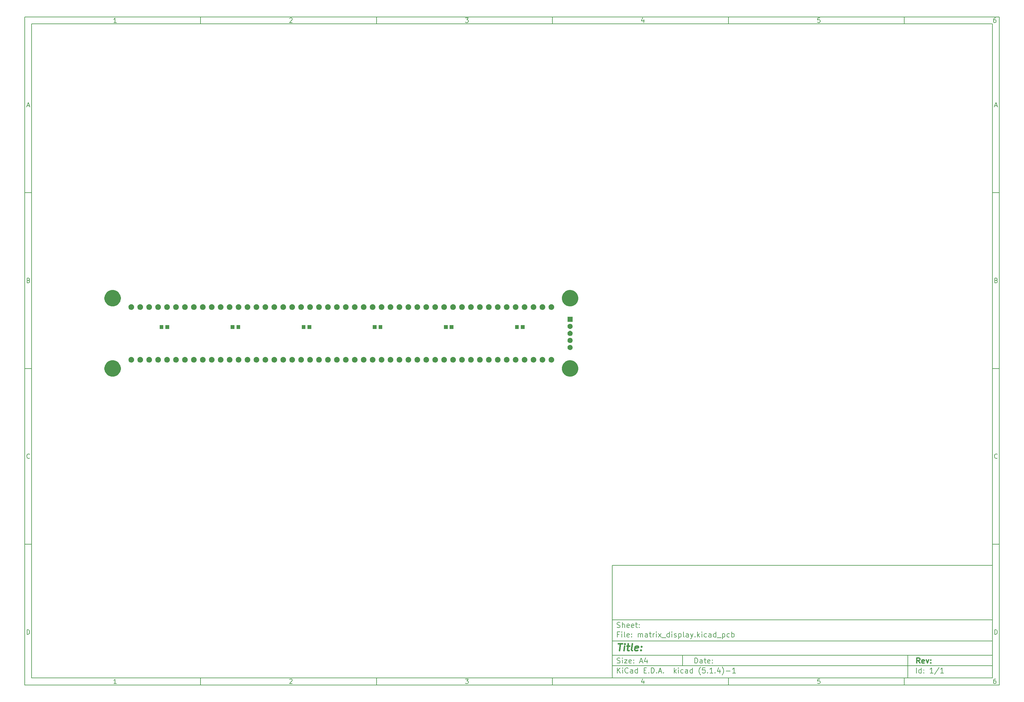
<source format=gbs>
G04 #@! TF.GenerationSoftware,KiCad,Pcbnew,(5.1.4)-1*
G04 #@! TF.CreationDate,2019-10-28T14:50:51+08:00*
G04 #@! TF.ProjectId,matrix_display,6d617472-6978-45f6-9469-73706c61792e,rev?*
G04 #@! TF.SameCoordinates,Original*
G04 #@! TF.FileFunction,Soldermask,Bot*
G04 #@! TF.FilePolarity,Negative*
%FSLAX46Y46*%
G04 Gerber Fmt 4.6, Leading zero omitted, Abs format (unit mm)*
G04 Created by KiCad (PCBNEW (5.1.4)-1) date 2019-10-28 14:50:51*
%MOMM*%
%LPD*%
G04 APERTURE LIST*
%ADD10C,0.150000*%
%ADD11C,0.300000*%
%ADD12C,0.400000*%
G04 APERTURE END LIST*
D10*
X177002200Y-166007200D02*
X177002200Y-198007200D01*
X285002200Y-198007200D01*
X285002200Y-166007200D01*
X177002200Y-166007200D01*
X10000000Y-10000000D02*
X10000000Y-200007200D01*
X287002200Y-200007200D01*
X287002200Y-10000000D01*
X10000000Y-10000000D01*
X12000000Y-12000000D02*
X12000000Y-198007200D01*
X285002200Y-198007200D01*
X285002200Y-12000000D01*
X12000000Y-12000000D01*
X60000000Y-12000000D02*
X60000000Y-10000000D01*
X110000000Y-12000000D02*
X110000000Y-10000000D01*
X160000000Y-12000000D02*
X160000000Y-10000000D01*
X210000000Y-12000000D02*
X210000000Y-10000000D01*
X260000000Y-12000000D02*
X260000000Y-10000000D01*
X36065476Y-11588095D02*
X35322619Y-11588095D01*
X35694047Y-11588095D02*
X35694047Y-10288095D01*
X35570238Y-10473809D01*
X35446428Y-10597619D01*
X35322619Y-10659523D01*
X85322619Y-10411904D02*
X85384523Y-10350000D01*
X85508333Y-10288095D01*
X85817857Y-10288095D01*
X85941666Y-10350000D01*
X86003571Y-10411904D01*
X86065476Y-10535714D01*
X86065476Y-10659523D01*
X86003571Y-10845238D01*
X85260714Y-11588095D01*
X86065476Y-11588095D01*
X135260714Y-10288095D02*
X136065476Y-10288095D01*
X135632142Y-10783333D01*
X135817857Y-10783333D01*
X135941666Y-10845238D01*
X136003571Y-10907142D01*
X136065476Y-11030952D01*
X136065476Y-11340476D01*
X136003571Y-11464285D01*
X135941666Y-11526190D01*
X135817857Y-11588095D01*
X135446428Y-11588095D01*
X135322619Y-11526190D01*
X135260714Y-11464285D01*
X185941666Y-10721428D02*
X185941666Y-11588095D01*
X185632142Y-10226190D02*
X185322619Y-11154761D01*
X186127380Y-11154761D01*
X236003571Y-10288095D02*
X235384523Y-10288095D01*
X235322619Y-10907142D01*
X235384523Y-10845238D01*
X235508333Y-10783333D01*
X235817857Y-10783333D01*
X235941666Y-10845238D01*
X236003571Y-10907142D01*
X236065476Y-11030952D01*
X236065476Y-11340476D01*
X236003571Y-11464285D01*
X235941666Y-11526190D01*
X235817857Y-11588095D01*
X235508333Y-11588095D01*
X235384523Y-11526190D01*
X235322619Y-11464285D01*
X285941666Y-10288095D02*
X285694047Y-10288095D01*
X285570238Y-10350000D01*
X285508333Y-10411904D01*
X285384523Y-10597619D01*
X285322619Y-10845238D01*
X285322619Y-11340476D01*
X285384523Y-11464285D01*
X285446428Y-11526190D01*
X285570238Y-11588095D01*
X285817857Y-11588095D01*
X285941666Y-11526190D01*
X286003571Y-11464285D01*
X286065476Y-11340476D01*
X286065476Y-11030952D01*
X286003571Y-10907142D01*
X285941666Y-10845238D01*
X285817857Y-10783333D01*
X285570238Y-10783333D01*
X285446428Y-10845238D01*
X285384523Y-10907142D01*
X285322619Y-11030952D01*
X60000000Y-198007200D02*
X60000000Y-200007200D01*
X110000000Y-198007200D02*
X110000000Y-200007200D01*
X160000000Y-198007200D02*
X160000000Y-200007200D01*
X210000000Y-198007200D02*
X210000000Y-200007200D01*
X260000000Y-198007200D02*
X260000000Y-200007200D01*
X36065476Y-199595295D02*
X35322619Y-199595295D01*
X35694047Y-199595295D02*
X35694047Y-198295295D01*
X35570238Y-198481009D01*
X35446428Y-198604819D01*
X35322619Y-198666723D01*
X85322619Y-198419104D02*
X85384523Y-198357200D01*
X85508333Y-198295295D01*
X85817857Y-198295295D01*
X85941666Y-198357200D01*
X86003571Y-198419104D01*
X86065476Y-198542914D01*
X86065476Y-198666723D01*
X86003571Y-198852438D01*
X85260714Y-199595295D01*
X86065476Y-199595295D01*
X135260714Y-198295295D02*
X136065476Y-198295295D01*
X135632142Y-198790533D01*
X135817857Y-198790533D01*
X135941666Y-198852438D01*
X136003571Y-198914342D01*
X136065476Y-199038152D01*
X136065476Y-199347676D01*
X136003571Y-199471485D01*
X135941666Y-199533390D01*
X135817857Y-199595295D01*
X135446428Y-199595295D01*
X135322619Y-199533390D01*
X135260714Y-199471485D01*
X185941666Y-198728628D02*
X185941666Y-199595295D01*
X185632142Y-198233390D02*
X185322619Y-199161961D01*
X186127380Y-199161961D01*
X236003571Y-198295295D02*
X235384523Y-198295295D01*
X235322619Y-198914342D01*
X235384523Y-198852438D01*
X235508333Y-198790533D01*
X235817857Y-198790533D01*
X235941666Y-198852438D01*
X236003571Y-198914342D01*
X236065476Y-199038152D01*
X236065476Y-199347676D01*
X236003571Y-199471485D01*
X235941666Y-199533390D01*
X235817857Y-199595295D01*
X235508333Y-199595295D01*
X235384523Y-199533390D01*
X235322619Y-199471485D01*
X285941666Y-198295295D02*
X285694047Y-198295295D01*
X285570238Y-198357200D01*
X285508333Y-198419104D01*
X285384523Y-198604819D01*
X285322619Y-198852438D01*
X285322619Y-199347676D01*
X285384523Y-199471485D01*
X285446428Y-199533390D01*
X285570238Y-199595295D01*
X285817857Y-199595295D01*
X285941666Y-199533390D01*
X286003571Y-199471485D01*
X286065476Y-199347676D01*
X286065476Y-199038152D01*
X286003571Y-198914342D01*
X285941666Y-198852438D01*
X285817857Y-198790533D01*
X285570238Y-198790533D01*
X285446428Y-198852438D01*
X285384523Y-198914342D01*
X285322619Y-199038152D01*
X10000000Y-60000000D02*
X12000000Y-60000000D01*
X10000000Y-110000000D02*
X12000000Y-110000000D01*
X10000000Y-160000000D02*
X12000000Y-160000000D01*
X10690476Y-35216666D02*
X11309523Y-35216666D01*
X10566666Y-35588095D02*
X11000000Y-34288095D01*
X11433333Y-35588095D01*
X11092857Y-84907142D02*
X11278571Y-84969047D01*
X11340476Y-85030952D01*
X11402380Y-85154761D01*
X11402380Y-85340476D01*
X11340476Y-85464285D01*
X11278571Y-85526190D01*
X11154761Y-85588095D01*
X10659523Y-85588095D01*
X10659523Y-84288095D01*
X11092857Y-84288095D01*
X11216666Y-84350000D01*
X11278571Y-84411904D01*
X11340476Y-84535714D01*
X11340476Y-84659523D01*
X11278571Y-84783333D01*
X11216666Y-84845238D01*
X11092857Y-84907142D01*
X10659523Y-84907142D01*
X11402380Y-135464285D02*
X11340476Y-135526190D01*
X11154761Y-135588095D01*
X11030952Y-135588095D01*
X10845238Y-135526190D01*
X10721428Y-135402380D01*
X10659523Y-135278571D01*
X10597619Y-135030952D01*
X10597619Y-134845238D01*
X10659523Y-134597619D01*
X10721428Y-134473809D01*
X10845238Y-134350000D01*
X11030952Y-134288095D01*
X11154761Y-134288095D01*
X11340476Y-134350000D01*
X11402380Y-134411904D01*
X10659523Y-185588095D02*
X10659523Y-184288095D01*
X10969047Y-184288095D01*
X11154761Y-184350000D01*
X11278571Y-184473809D01*
X11340476Y-184597619D01*
X11402380Y-184845238D01*
X11402380Y-185030952D01*
X11340476Y-185278571D01*
X11278571Y-185402380D01*
X11154761Y-185526190D01*
X10969047Y-185588095D01*
X10659523Y-185588095D01*
X287002200Y-60000000D02*
X285002200Y-60000000D01*
X287002200Y-110000000D02*
X285002200Y-110000000D01*
X287002200Y-160000000D02*
X285002200Y-160000000D01*
X285692676Y-35216666D02*
X286311723Y-35216666D01*
X285568866Y-35588095D02*
X286002200Y-34288095D01*
X286435533Y-35588095D01*
X286095057Y-84907142D02*
X286280771Y-84969047D01*
X286342676Y-85030952D01*
X286404580Y-85154761D01*
X286404580Y-85340476D01*
X286342676Y-85464285D01*
X286280771Y-85526190D01*
X286156961Y-85588095D01*
X285661723Y-85588095D01*
X285661723Y-84288095D01*
X286095057Y-84288095D01*
X286218866Y-84350000D01*
X286280771Y-84411904D01*
X286342676Y-84535714D01*
X286342676Y-84659523D01*
X286280771Y-84783333D01*
X286218866Y-84845238D01*
X286095057Y-84907142D01*
X285661723Y-84907142D01*
X286404580Y-135464285D02*
X286342676Y-135526190D01*
X286156961Y-135588095D01*
X286033152Y-135588095D01*
X285847438Y-135526190D01*
X285723628Y-135402380D01*
X285661723Y-135278571D01*
X285599819Y-135030952D01*
X285599819Y-134845238D01*
X285661723Y-134597619D01*
X285723628Y-134473809D01*
X285847438Y-134350000D01*
X286033152Y-134288095D01*
X286156961Y-134288095D01*
X286342676Y-134350000D01*
X286404580Y-134411904D01*
X285661723Y-185588095D02*
X285661723Y-184288095D01*
X285971247Y-184288095D01*
X286156961Y-184350000D01*
X286280771Y-184473809D01*
X286342676Y-184597619D01*
X286404580Y-184845238D01*
X286404580Y-185030952D01*
X286342676Y-185278571D01*
X286280771Y-185402380D01*
X286156961Y-185526190D01*
X285971247Y-185588095D01*
X285661723Y-185588095D01*
X200434342Y-193785771D02*
X200434342Y-192285771D01*
X200791485Y-192285771D01*
X201005771Y-192357200D01*
X201148628Y-192500057D01*
X201220057Y-192642914D01*
X201291485Y-192928628D01*
X201291485Y-193142914D01*
X201220057Y-193428628D01*
X201148628Y-193571485D01*
X201005771Y-193714342D01*
X200791485Y-193785771D01*
X200434342Y-193785771D01*
X202577200Y-193785771D02*
X202577200Y-193000057D01*
X202505771Y-192857200D01*
X202362914Y-192785771D01*
X202077200Y-192785771D01*
X201934342Y-192857200D01*
X202577200Y-193714342D02*
X202434342Y-193785771D01*
X202077200Y-193785771D01*
X201934342Y-193714342D01*
X201862914Y-193571485D01*
X201862914Y-193428628D01*
X201934342Y-193285771D01*
X202077200Y-193214342D01*
X202434342Y-193214342D01*
X202577200Y-193142914D01*
X203077200Y-192785771D02*
X203648628Y-192785771D01*
X203291485Y-192285771D02*
X203291485Y-193571485D01*
X203362914Y-193714342D01*
X203505771Y-193785771D01*
X203648628Y-193785771D01*
X204720057Y-193714342D02*
X204577200Y-193785771D01*
X204291485Y-193785771D01*
X204148628Y-193714342D01*
X204077200Y-193571485D01*
X204077200Y-193000057D01*
X204148628Y-192857200D01*
X204291485Y-192785771D01*
X204577200Y-192785771D01*
X204720057Y-192857200D01*
X204791485Y-193000057D01*
X204791485Y-193142914D01*
X204077200Y-193285771D01*
X205434342Y-193642914D02*
X205505771Y-193714342D01*
X205434342Y-193785771D01*
X205362914Y-193714342D01*
X205434342Y-193642914D01*
X205434342Y-193785771D01*
X205434342Y-192857200D02*
X205505771Y-192928628D01*
X205434342Y-193000057D01*
X205362914Y-192928628D01*
X205434342Y-192857200D01*
X205434342Y-193000057D01*
X177002200Y-194507200D02*
X285002200Y-194507200D01*
X178434342Y-196585771D02*
X178434342Y-195085771D01*
X179291485Y-196585771D02*
X178648628Y-195728628D01*
X179291485Y-195085771D02*
X178434342Y-195942914D01*
X179934342Y-196585771D02*
X179934342Y-195585771D01*
X179934342Y-195085771D02*
X179862914Y-195157200D01*
X179934342Y-195228628D01*
X180005771Y-195157200D01*
X179934342Y-195085771D01*
X179934342Y-195228628D01*
X181505771Y-196442914D02*
X181434342Y-196514342D01*
X181220057Y-196585771D01*
X181077200Y-196585771D01*
X180862914Y-196514342D01*
X180720057Y-196371485D01*
X180648628Y-196228628D01*
X180577200Y-195942914D01*
X180577200Y-195728628D01*
X180648628Y-195442914D01*
X180720057Y-195300057D01*
X180862914Y-195157200D01*
X181077200Y-195085771D01*
X181220057Y-195085771D01*
X181434342Y-195157200D01*
X181505771Y-195228628D01*
X182791485Y-196585771D02*
X182791485Y-195800057D01*
X182720057Y-195657200D01*
X182577200Y-195585771D01*
X182291485Y-195585771D01*
X182148628Y-195657200D01*
X182791485Y-196514342D02*
X182648628Y-196585771D01*
X182291485Y-196585771D01*
X182148628Y-196514342D01*
X182077200Y-196371485D01*
X182077200Y-196228628D01*
X182148628Y-196085771D01*
X182291485Y-196014342D01*
X182648628Y-196014342D01*
X182791485Y-195942914D01*
X184148628Y-196585771D02*
X184148628Y-195085771D01*
X184148628Y-196514342D02*
X184005771Y-196585771D01*
X183720057Y-196585771D01*
X183577200Y-196514342D01*
X183505771Y-196442914D01*
X183434342Y-196300057D01*
X183434342Y-195871485D01*
X183505771Y-195728628D01*
X183577200Y-195657200D01*
X183720057Y-195585771D01*
X184005771Y-195585771D01*
X184148628Y-195657200D01*
X186005771Y-195800057D02*
X186505771Y-195800057D01*
X186720057Y-196585771D02*
X186005771Y-196585771D01*
X186005771Y-195085771D01*
X186720057Y-195085771D01*
X187362914Y-196442914D02*
X187434342Y-196514342D01*
X187362914Y-196585771D01*
X187291485Y-196514342D01*
X187362914Y-196442914D01*
X187362914Y-196585771D01*
X188077200Y-196585771D02*
X188077200Y-195085771D01*
X188434342Y-195085771D01*
X188648628Y-195157200D01*
X188791485Y-195300057D01*
X188862914Y-195442914D01*
X188934342Y-195728628D01*
X188934342Y-195942914D01*
X188862914Y-196228628D01*
X188791485Y-196371485D01*
X188648628Y-196514342D01*
X188434342Y-196585771D01*
X188077200Y-196585771D01*
X189577200Y-196442914D02*
X189648628Y-196514342D01*
X189577200Y-196585771D01*
X189505771Y-196514342D01*
X189577200Y-196442914D01*
X189577200Y-196585771D01*
X190220057Y-196157200D02*
X190934342Y-196157200D01*
X190077200Y-196585771D02*
X190577200Y-195085771D01*
X191077200Y-196585771D01*
X191577200Y-196442914D02*
X191648628Y-196514342D01*
X191577200Y-196585771D01*
X191505771Y-196514342D01*
X191577200Y-196442914D01*
X191577200Y-196585771D01*
X194577200Y-196585771D02*
X194577200Y-195085771D01*
X194720057Y-196014342D02*
X195148628Y-196585771D01*
X195148628Y-195585771D02*
X194577200Y-196157200D01*
X195791485Y-196585771D02*
X195791485Y-195585771D01*
X195791485Y-195085771D02*
X195720057Y-195157200D01*
X195791485Y-195228628D01*
X195862914Y-195157200D01*
X195791485Y-195085771D01*
X195791485Y-195228628D01*
X197148628Y-196514342D02*
X197005771Y-196585771D01*
X196720057Y-196585771D01*
X196577200Y-196514342D01*
X196505771Y-196442914D01*
X196434342Y-196300057D01*
X196434342Y-195871485D01*
X196505771Y-195728628D01*
X196577200Y-195657200D01*
X196720057Y-195585771D01*
X197005771Y-195585771D01*
X197148628Y-195657200D01*
X198434342Y-196585771D02*
X198434342Y-195800057D01*
X198362914Y-195657200D01*
X198220057Y-195585771D01*
X197934342Y-195585771D01*
X197791485Y-195657200D01*
X198434342Y-196514342D02*
X198291485Y-196585771D01*
X197934342Y-196585771D01*
X197791485Y-196514342D01*
X197720057Y-196371485D01*
X197720057Y-196228628D01*
X197791485Y-196085771D01*
X197934342Y-196014342D01*
X198291485Y-196014342D01*
X198434342Y-195942914D01*
X199791485Y-196585771D02*
X199791485Y-195085771D01*
X199791485Y-196514342D02*
X199648628Y-196585771D01*
X199362914Y-196585771D01*
X199220057Y-196514342D01*
X199148628Y-196442914D01*
X199077200Y-196300057D01*
X199077200Y-195871485D01*
X199148628Y-195728628D01*
X199220057Y-195657200D01*
X199362914Y-195585771D01*
X199648628Y-195585771D01*
X199791485Y-195657200D01*
X202077200Y-197157200D02*
X202005771Y-197085771D01*
X201862914Y-196871485D01*
X201791485Y-196728628D01*
X201720057Y-196514342D01*
X201648628Y-196157200D01*
X201648628Y-195871485D01*
X201720057Y-195514342D01*
X201791485Y-195300057D01*
X201862914Y-195157200D01*
X202005771Y-194942914D01*
X202077200Y-194871485D01*
X203362914Y-195085771D02*
X202648628Y-195085771D01*
X202577200Y-195800057D01*
X202648628Y-195728628D01*
X202791485Y-195657200D01*
X203148628Y-195657200D01*
X203291485Y-195728628D01*
X203362914Y-195800057D01*
X203434342Y-195942914D01*
X203434342Y-196300057D01*
X203362914Y-196442914D01*
X203291485Y-196514342D01*
X203148628Y-196585771D01*
X202791485Y-196585771D01*
X202648628Y-196514342D01*
X202577200Y-196442914D01*
X204077200Y-196442914D02*
X204148628Y-196514342D01*
X204077200Y-196585771D01*
X204005771Y-196514342D01*
X204077200Y-196442914D01*
X204077200Y-196585771D01*
X205577200Y-196585771D02*
X204720057Y-196585771D01*
X205148628Y-196585771D02*
X205148628Y-195085771D01*
X205005771Y-195300057D01*
X204862914Y-195442914D01*
X204720057Y-195514342D01*
X206220057Y-196442914D02*
X206291485Y-196514342D01*
X206220057Y-196585771D01*
X206148628Y-196514342D01*
X206220057Y-196442914D01*
X206220057Y-196585771D01*
X207577200Y-195585771D02*
X207577200Y-196585771D01*
X207220057Y-195014342D02*
X206862914Y-196085771D01*
X207791485Y-196085771D01*
X208220057Y-197157200D02*
X208291485Y-197085771D01*
X208434342Y-196871485D01*
X208505771Y-196728628D01*
X208577200Y-196514342D01*
X208648628Y-196157200D01*
X208648628Y-195871485D01*
X208577200Y-195514342D01*
X208505771Y-195300057D01*
X208434342Y-195157200D01*
X208291485Y-194942914D01*
X208220057Y-194871485D01*
X209362914Y-196014342D02*
X210505771Y-196014342D01*
X212005771Y-196585771D02*
X211148628Y-196585771D01*
X211577200Y-196585771D02*
X211577200Y-195085771D01*
X211434342Y-195300057D01*
X211291485Y-195442914D01*
X211148628Y-195514342D01*
X177002200Y-191507200D02*
X285002200Y-191507200D01*
D11*
X264411485Y-193785771D02*
X263911485Y-193071485D01*
X263554342Y-193785771D02*
X263554342Y-192285771D01*
X264125771Y-192285771D01*
X264268628Y-192357200D01*
X264340057Y-192428628D01*
X264411485Y-192571485D01*
X264411485Y-192785771D01*
X264340057Y-192928628D01*
X264268628Y-193000057D01*
X264125771Y-193071485D01*
X263554342Y-193071485D01*
X265625771Y-193714342D02*
X265482914Y-193785771D01*
X265197200Y-193785771D01*
X265054342Y-193714342D01*
X264982914Y-193571485D01*
X264982914Y-193000057D01*
X265054342Y-192857200D01*
X265197200Y-192785771D01*
X265482914Y-192785771D01*
X265625771Y-192857200D01*
X265697200Y-193000057D01*
X265697200Y-193142914D01*
X264982914Y-193285771D01*
X266197200Y-192785771D02*
X266554342Y-193785771D01*
X266911485Y-192785771D01*
X267482914Y-193642914D02*
X267554342Y-193714342D01*
X267482914Y-193785771D01*
X267411485Y-193714342D01*
X267482914Y-193642914D01*
X267482914Y-193785771D01*
X267482914Y-192857200D02*
X267554342Y-192928628D01*
X267482914Y-193000057D01*
X267411485Y-192928628D01*
X267482914Y-192857200D01*
X267482914Y-193000057D01*
D10*
X178362914Y-193714342D02*
X178577200Y-193785771D01*
X178934342Y-193785771D01*
X179077200Y-193714342D01*
X179148628Y-193642914D01*
X179220057Y-193500057D01*
X179220057Y-193357200D01*
X179148628Y-193214342D01*
X179077200Y-193142914D01*
X178934342Y-193071485D01*
X178648628Y-193000057D01*
X178505771Y-192928628D01*
X178434342Y-192857200D01*
X178362914Y-192714342D01*
X178362914Y-192571485D01*
X178434342Y-192428628D01*
X178505771Y-192357200D01*
X178648628Y-192285771D01*
X179005771Y-192285771D01*
X179220057Y-192357200D01*
X179862914Y-193785771D02*
X179862914Y-192785771D01*
X179862914Y-192285771D02*
X179791485Y-192357200D01*
X179862914Y-192428628D01*
X179934342Y-192357200D01*
X179862914Y-192285771D01*
X179862914Y-192428628D01*
X180434342Y-192785771D02*
X181220057Y-192785771D01*
X180434342Y-193785771D01*
X181220057Y-193785771D01*
X182362914Y-193714342D02*
X182220057Y-193785771D01*
X181934342Y-193785771D01*
X181791485Y-193714342D01*
X181720057Y-193571485D01*
X181720057Y-193000057D01*
X181791485Y-192857200D01*
X181934342Y-192785771D01*
X182220057Y-192785771D01*
X182362914Y-192857200D01*
X182434342Y-193000057D01*
X182434342Y-193142914D01*
X181720057Y-193285771D01*
X183077200Y-193642914D02*
X183148628Y-193714342D01*
X183077200Y-193785771D01*
X183005771Y-193714342D01*
X183077200Y-193642914D01*
X183077200Y-193785771D01*
X183077200Y-192857200D02*
X183148628Y-192928628D01*
X183077200Y-193000057D01*
X183005771Y-192928628D01*
X183077200Y-192857200D01*
X183077200Y-193000057D01*
X184862914Y-193357200D02*
X185577200Y-193357200D01*
X184720057Y-193785771D02*
X185220057Y-192285771D01*
X185720057Y-193785771D01*
X186862914Y-192785771D02*
X186862914Y-193785771D01*
X186505771Y-192214342D02*
X186148628Y-193285771D01*
X187077200Y-193285771D01*
X263434342Y-196585771D02*
X263434342Y-195085771D01*
X264791485Y-196585771D02*
X264791485Y-195085771D01*
X264791485Y-196514342D02*
X264648628Y-196585771D01*
X264362914Y-196585771D01*
X264220057Y-196514342D01*
X264148628Y-196442914D01*
X264077200Y-196300057D01*
X264077200Y-195871485D01*
X264148628Y-195728628D01*
X264220057Y-195657200D01*
X264362914Y-195585771D01*
X264648628Y-195585771D01*
X264791485Y-195657200D01*
X265505771Y-196442914D02*
X265577200Y-196514342D01*
X265505771Y-196585771D01*
X265434342Y-196514342D01*
X265505771Y-196442914D01*
X265505771Y-196585771D01*
X265505771Y-195657200D02*
X265577200Y-195728628D01*
X265505771Y-195800057D01*
X265434342Y-195728628D01*
X265505771Y-195657200D01*
X265505771Y-195800057D01*
X268148628Y-196585771D02*
X267291485Y-196585771D01*
X267720057Y-196585771D02*
X267720057Y-195085771D01*
X267577200Y-195300057D01*
X267434342Y-195442914D01*
X267291485Y-195514342D01*
X269862914Y-195014342D02*
X268577200Y-196942914D01*
X271148628Y-196585771D02*
X270291485Y-196585771D01*
X270720057Y-196585771D02*
X270720057Y-195085771D01*
X270577200Y-195300057D01*
X270434342Y-195442914D01*
X270291485Y-195514342D01*
X177002200Y-187507200D02*
X285002200Y-187507200D01*
D12*
X178714580Y-188211961D02*
X179857438Y-188211961D01*
X179036009Y-190211961D02*
X179286009Y-188211961D01*
X180274104Y-190211961D02*
X180440771Y-188878628D01*
X180524104Y-188211961D02*
X180416961Y-188307200D01*
X180500295Y-188402438D01*
X180607438Y-188307200D01*
X180524104Y-188211961D01*
X180500295Y-188402438D01*
X181107438Y-188878628D02*
X181869342Y-188878628D01*
X181476485Y-188211961D02*
X181262200Y-189926247D01*
X181333628Y-190116723D01*
X181512200Y-190211961D01*
X181702676Y-190211961D01*
X182655057Y-190211961D02*
X182476485Y-190116723D01*
X182405057Y-189926247D01*
X182619342Y-188211961D01*
X184190771Y-190116723D02*
X183988390Y-190211961D01*
X183607438Y-190211961D01*
X183428866Y-190116723D01*
X183357438Y-189926247D01*
X183452676Y-189164342D01*
X183571723Y-188973866D01*
X183774104Y-188878628D01*
X184155057Y-188878628D01*
X184333628Y-188973866D01*
X184405057Y-189164342D01*
X184381247Y-189354819D01*
X183405057Y-189545295D01*
X185155057Y-190021485D02*
X185238390Y-190116723D01*
X185131247Y-190211961D01*
X185047914Y-190116723D01*
X185155057Y-190021485D01*
X185131247Y-190211961D01*
X185286009Y-188973866D02*
X185369342Y-189069104D01*
X185262200Y-189164342D01*
X185178866Y-189069104D01*
X185286009Y-188973866D01*
X185262200Y-189164342D01*
D10*
X178934342Y-185600057D02*
X178434342Y-185600057D01*
X178434342Y-186385771D02*
X178434342Y-184885771D01*
X179148628Y-184885771D01*
X179720057Y-186385771D02*
X179720057Y-185385771D01*
X179720057Y-184885771D02*
X179648628Y-184957200D01*
X179720057Y-185028628D01*
X179791485Y-184957200D01*
X179720057Y-184885771D01*
X179720057Y-185028628D01*
X180648628Y-186385771D02*
X180505771Y-186314342D01*
X180434342Y-186171485D01*
X180434342Y-184885771D01*
X181791485Y-186314342D02*
X181648628Y-186385771D01*
X181362914Y-186385771D01*
X181220057Y-186314342D01*
X181148628Y-186171485D01*
X181148628Y-185600057D01*
X181220057Y-185457200D01*
X181362914Y-185385771D01*
X181648628Y-185385771D01*
X181791485Y-185457200D01*
X181862914Y-185600057D01*
X181862914Y-185742914D01*
X181148628Y-185885771D01*
X182505771Y-186242914D02*
X182577200Y-186314342D01*
X182505771Y-186385771D01*
X182434342Y-186314342D01*
X182505771Y-186242914D01*
X182505771Y-186385771D01*
X182505771Y-185457200D02*
X182577200Y-185528628D01*
X182505771Y-185600057D01*
X182434342Y-185528628D01*
X182505771Y-185457200D01*
X182505771Y-185600057D01*
X184362914Y-186385771D02*
X184362914Y-185385771D01*
X184362914Y-185528628D02*
X184434342Y-185457200D01*
X184577200Y-185385771D01*
X184791485Y-185385771D01*
X184934342Y-185457200D01*
X185005771Y-185600057D01*
X185005771Y-186385771D01*
X185005771Y-185600057D02*
X185077200Y-185457200D01*
X185220057Y-185385771D01*
X185434342Y-185385771D01*
X185577200Y-185457200D01*
X185648628Y-185600057D01*
X185648628Y-186385771D01*
X187005771Y-186385771D02*
X187005771Y-185600057D01*
X186934342Y-185457200D01*
X186791485Y-185385771D01*
X186505771Y-185385771D01*
X186362914Y-185457200D01*
X187005771Y-186314342D02*
X186862914Y-186385771D01*
X186505771Y-186385771D01*
X186362914Y-186314342D01*
X186291485Y-186171485D01*
X186291485Y-186028628D01*
X186362914Y-185885771D01*
X186505771Y-185814342D01*
X186862914Y-185814342D01*
X187005771Y-185742914D01*
X187505771Y-185385771D02*
X188077200Y-185385771D01*
X187720057Y-184885771D02*
X187720057Y-186171485D01*
X187791485Y-186314342D01*
X187934342Y-186385771D01*
X188077200Y-186385771D01*
X188577200Y-186385771D02*
X188577200Y-185385771D01*
X188577200Y-185671485D02*
X188648628Y-185528628D01*
X188720057Y-185457200D01*
X188862914Y-185385771D01*
X189005771Y-185385771D01*
X189505771Y-186385771D02*
X189505771Y-185385771D01*
X189505771Y-184885771D02*
X189434342Y-184957200D01*
X189505771Y-185028628D01*
X189577200Y-184957200D01*
X189505771Y-184885771D01*
X189505771Y-185028628D01*
X190077200Y-186385771D02*
X190862914Y-185385771D01*
X190077200Y-185385771D02*
X190862914Y-186385771D01*
X191077200Y-186528628D02*
X192220057Y-186528628D01*
X193220057Y-186385771D02*
X193220057Y-184885771D01*
X193220057Y-186314342D02*
X193077200Y-186385771D01*
X192791485Y-186385771D01*
X192648628Y-186314342D01*
X192577200Y-186242914D01*
X192505771Y-186100057D01*
X192505771Y-185671485D01*
X192577200Y-185528628D01*
X192648628Y-185457200D01*
X192791485Y-185385771D01*
X193077200Y-185385771D01*
X193220057Y-185457200D01*
X193934342Y-186385771D02*
X193934342Y-185385771D01*
X193934342Y-184885771D02*
X193862914Y-184957200D01*
X193934342Y-185028628D01*
X194005771Y-184957200D01*
X193934342Y-184885771D01*
X193934342Y-185028628D01*
X194577200Y-186314342D02*
X194720057Y-186385771D01*
X195005771Y-186385771D01*
X195148628Y-186314342D01*
X195220057Y-186171485D01*
X195220057Y-186100057D01*
X195148628Y-185957200D01*
X195005771Y-185885771D01*
X194791485Y-185885771D01*
X194648628Y-185814342D01*
X194577200Y-185671485D01*
X194577200Y-185600057D01*
X194648628Y-185457200D01*
X194791485Y-185385771D01*
X195005771Y-185385771D01*
X195148628Y-185457200D01*
X195862914Y-185385771D02*
X195862914Y-186885771D01*
X195862914Y-185457200D02*
X196005771Y-185385771D01*
X196291485Y-185385771D01*
X196434342Y-185457200D01*
X196505771Y-185528628D01*
X196577200Y-185671485D01*
X196577200Y-186100057D01*
X196505771Y-186242914D01*
X196434342Y-186314342D01*
X196291485Y-186385771D01*
X196005771Y-186385771D01*
X195862914Y-186314342D01*
X197434342Y-186385771D02*
X197291485Y-186314342D01*
X197220057Y-186171485D01*
X197220057Y-184885771D01*
X198648628Y-186385771D02*
X198648628Y-185600057D01*
X198577200Y-185457200D01*
X198434342Y-185385771D01*
X198148628Y-185385771D01*
X198005771Y-185457200D01*
X198648628Y-186314342D02*
X198505771Y-186385771D01*
X198148628Y-186385771D01*
X198005771Y-186314342D01*
X197934342Y-186171485D01*
X197934342Y-186028628D01*
X198005771Y-185885771D01*
X198148628Y-185814342D01*
X198505771Y-185814342D01*
X198648628Y-185742914D01*
X199220057Y-185385771D02*
X199577200Y-186385771D01*
X199934342Y-185385771D02*
X199577200Y-186385771D01*
X199434342Y-186742914D01*
X199362914Y-186814342D01*
X199220057Y-186885771D01*
X200505771Y-186242914D02*
X200577200Y-186314342D01*
X200505771Y-186385771D01*
X200434342Y-186314342D01*
X200505771Y-186242914D01*
X200505771Y-186385771D01*
X201220057Y-186385771D02*
X201220057Y-184885771D01*
X201362914Y-185814342D02*
X201791485Y-186385771D01*
X201791485Y-185385771D02*
X201220057Y-185957200D01*
X202434342Y-186385771D02*
X202434342Y-185385771D01*
X202434342Y-184885771D02*
X202362914Y-184957200D01*
X202434342Y-185028628D01*
X202505771Y-184957200D01*
X202434342Y-184885771D01*
X202434342Y-185028628D01*
X203791485Y-186314342D02*
X203648628Y-186385771D01*
X203362914Y-186385771D01*
X203220057Y-186314342D01*
X203148628Y-186242914D01*
X203077200Y-186100057D01*
X203077200Y-185671485D01*
X203148628Y-185528628D01*
X203220057Y-185457200D01*
X203362914Y-185385771D01*
X203648628Y-185385771D01*
X203791485Y-185457200D01*
X205077200Y-186385771D02*
X205077200Y-185600057D01*
X205005771Y-185457200D01*
X204862914Y-185385771D01*
X204577200Y-185385771D01*
X204434342Y-185457200D01*
X205077200Y-186314342D02*
X204934342Y-186385771D01*
X204577200Y-186385771D01*
X204434342Y-186314342D01*
X204362914Y-186171485D01*
X204362914Y-186028628D01*
X204434342Y-185885771D01*
X204577200Y-185814342D01*
X204934342Y-185814342D01*
X205077200Y-185742914D01*
X206434342Y-186385771D02*
X206434342Y-184885771D01*
X206434342Y-186314342D02*
X206291485Y-186385771D01*
X206005771Y-186385771D01*
X205862914Y-186314342D01*
X205791485Y-186242914D01*
X205720057Y-186100057D01*
X205720057Y-185671485D01*
X205791485Y-185528628D01*
X205862914Y-185457200D01*
X206005771Y-185385771D01*
X206291485Y-185385771D01*
X206434342Y-185457200D01*
X206791485Y-186528628D02*
X207934342Y-186528628D01*
X208291485Y-185385771D02*
X208291485Y-186885771D01*
X208291485Y-185457200D02*
X208434342Y-185385771D01*
X208720057Y-185385771D01*
X208862914Y-185457200D01*
X208934342Y-185528628D01*
X209005771Y-185671485D01*
X209005771Y-186100057D01*
X208934342Y-186242914D01*
X208862914Y-186314342D01*
X208720057Y-186385771D01*
X208434342Y-186385771D01*
X208291485Y-186314342D01*
X210291485Y-186314342D02*
X210148628Y-186385771D01*
X209862914Y-186385771D01*
X209720057Y-186314342D01*
X209648628Y-186242914D01*
X209577200Y-186100057D01*
X209577200Y-185671485D01*
X209648628Y-185528628D01*
X209720057Y-185457200D01*
X209862914Y-185385771D01*
X210148628Y-185385771D01*
X210291485Y-185457200D01*
X210934342Y-186385771D02*
X210934342Y-184885771D01*
X210934342Y-185457200D02*
X211077200Y-185385771D01*
X211362914Y-185385771D01*
X211505771Y-185457200D01*
X211577200Y-185528628D01*
X211648628Y-185671485D01*
X211648628Y-186100057D01*
X211577200Y-186242914D01*
X211505771Y-186314342D01*
X211362914Y-186385771D01*
X211077200Y-186385771D01*
X210934342Y-186314342D01*
X177002200Y-181507200D02*
X285002200Y-181507200D01*
X178362914Y-183614342D02*
X178577200Y-183685771D01*
X178934342Y-183685771D01*
X179077200Y-183614342D01*
X179148628Y-183542914D01*
X179220057Y-183400057D01*
X179220057Y-183257200D01*
X179148628Y-183114342D01*
X179077200Y-183042914D01*
X178934342Y-182971485D01*
X178648628Y-182900057D01*
X178505771Y-182828628D01*
X178434342Y-182757200D01*
X178362914Y-182614342D01*
X178362914Y-182471485D01*
X178434342Y-182328628D01*
X178505771Y-182257200D01*
X178648628Y-182185771D01*
X179005771Y-182185771D01*
X179220057Y-182257200D01*
X179862914Y-183685771D02*
X179862914Y-182185771D01*
X180505771Y-183685771D02*
X180505771Y-182900057D01*
X180434342Y-182757200D01*
X180291485Y-182685771D01*
X180077200Y-182685771D01*
X179934342Y-182757200D01*
X179862914Y-182828628D01*
X181791485Y-183614342D02*
X181648628Y-183685771D01*
X181362914Y-183685771D01*
X181220057Y-183614342D01*
X181148628Y-183471485D01*
X181148628Y-182900057D01*
X181220057Y-182757200D01*
X181362914Y-182685771D01*
X181648628Y-182685771D01*
X181791485Y-182757200D01*
X181862914Y-182900057D01*
X181862914Y-183042914D01*
X181148628Y-183185771D01*
X183077200Y-183614342D02*
X182934342Y-183685771D01*
X182648628Y-183685771D01*
X182505771Y-183614342D01*
X182434342Y-183471485D01*
X182434342Y-182900057D01*
X182505771Y-182757200D01*
X182648628Y-182685771D01*
X182934342Y-182685771D01*
X183077200Y-182757200D01*
X183148628Y-182900057D01*
X183148628Y-183042914D01*
X182434342Y-183185771D01*
X183577200Y-182685771D02*
X184148628Y-182685771D01*
X183791485Y-182185771D02*
X183791485Y-183471485D01*
X183862914Y-183614342D01*
X184005771Y-183685771D01*
X184148628Y-183685771D01*
X184648628Y-183542914D02*
X184720057Y-183614342D01*
X184648628Y-183685771D01*
X184577200Y-183614342D01*
X184648628Y-183542914D01*
X184648628Y-183685771D01*
X184648628Y-182757200D02*
X184720057Y-182828628D01*
X184648628Y-182900057D01*
X184577200Y-182828628D01*
X184648628Y-182757200D01*
X184648628Y-182900057D01*
X197002200Y-191507200D02*
X197002200Y-194507200D01*
X261002200Y-191507200D02*
X261002200Y-198007200D01*
G36*
X165679927Y-107758578D02*
G01*
X165855643Y-107831362D01*
X166104143Y-107934294D01*
X166485926Y-108189394D01*
X166810606Y-108514074D01*
X167065706Y-108895857D01*
X167168638Y-109144357D01*
X167241422Y-109320073D01*
X167331000Y-109770415D01*
X167331000Y-110229585D01*
X167241422Y-110679927D01*
X167168638Y-110855643D01*
X167065706Y-111104143D01*
X166810606Y-111485926D01*
X166485926Y-111810606D01*
X166104143Y-112065706D01*
X165855643Y-112168638D01*
X165679927Y-112241422D01*
X165229585Y-112331000D01*
X164770415Y-112331000D01*
X164320073Y-112241422D01*
X164144357Y-112168638D01*
X163895857Y-112065706D01*
X163514074Y-111810606D01*
X163189394Y-111485926D01*
X162934294Y-111104143D01*
X162831362Y-110855643D01*
X162758578Y-110679927D01*
X162669000Y-110229585D01*
X162669000Y-109770415D01*
X162758578Y-109320073D01*
X162831362Y-109144357D01*
X162934294Y-108895857D01*
X163189394Y-108514074D01*
X163514074Y-108189394D01*
X163895857Y-107934294D01*
X164144357Y-107831362D01*
X164320073Y-107758578D01*
X164770415Y-107669000D01*
X165229585Y-107669000D01*
X165679927Y-107758578D01*
X165679927Y-107758578D01*
G37*
G36*
X35679927Y-107758578D02*
G01*
X35855643Y-107831362D01*
X36104143Y-107934294D01*
X36485926Y-108189394D01*
X36810606Y-108514074D01*
X37065706Y-108895857D01*
X37168638Y-109144357D01*
X37241422Y-109320073D01*
X37331000Y-109770415D01*
X37331000Y-110229585D01*
X37241422Y-110679927D01*
X37168638Y-110855643D01*
X37065706Y-111104143D01*
X36810606Y-111485926D01*
X36485926Y-111810606D01*
X36104143Y-112065706D01*
X35855643Y-112168638D01*
X35679927Y-112241422D01*
X35229585Y-112331000D01*
X34770415Y-112331000D01*
X34320073Y-112241422D01*
X34144357Y-112168638D01*
X33895857Y-112065706D01*
X33514074Y-111810606D01*
X33189394Y-111485926D01*
X32934294Y-111104143D01*
X32831362Y-110855643D01*
X32758578Y-110679927D01*
X32669000Y-110229585D01*
X32669000Y-109770415D01*
X32758578Y-109320073D01*
X32831362Y-109144357D01*
X32934294Y-108895857D01*
X33189394Y-108514074D01*
X33514074Y-108189394D01*
X33895857Y-107934294D01*
X34144357Y-107831362D01*
X34320073Y-107758578D01*
X34770415Y-107669000D01*
X35229585Y-107669000D01*
X35679927Y-107758578D01*
X35679927Y-107758578D01*
G37*
G36*
X129443642Y-106729781D02*
G01*
X129589414Y-106790162D01*
X129589416Y-106790163D01*
X129720608Y-106877822D01*
X129832178Y-106989392D01*
X129919837Y-107120584D01*
X129919838Y-107120586D01*
X129980219Y-107266358D01*
X130011000Y-107421107D01*
X130011000Y-107578893D01*
X129980219Y-107733642D01*
X129919838Y-107879414D01*
X129919837Y-107879416D01*
X129832178Y-108010608D01*
X129720608Y-108122178D01*
X129589416Y-108209837D01*
X129589415Y-108209838D01*
X129589414Y-108209838D01*
X129443642Y-108270219D01*
X129288893Y-108301000D01*
X129131107Y-108301000D01*
X128976358Y-108270219D01*
X128830586Y-108209838D01*
X128830585Y-108209838D01*
X128830584Y-108209837D01*
X128699392Y-108122178D01*
X128587822Y-108010608D01*
X128500163Y-107879416D01*
X128500162Y-107879414D01*
X128439781Y-107733642D01*
X128409000Y-107578893D01*
X128409000Y-107421107D01*
X128439781Y-107266358D01*
X128500162Y-107120586D01*
X128500163Y-107120584D01*
X128587822Y-106989392D01*
X128699392Y-106877822D01*
X128830584Y-106790163D01*
X128830586Y-106790162D01*
X128976358Y-106729781D01*
X129131107Y-106699000D01*
X129288893Y-106699000D01*
X129443642Y-106729781D01*
X129443642Y-106729781D01*
G37*
G36*
X149763642Y-106729781D02*
G01*
X149909414Y-106790162D01*
X149909416Y-106790163D01*
X150040608Y-106877822D01*
X150152178Y-106989392D01*
X150239837Y-107120584D01*
X150239838Y-107120586D01*
X150300219Y-107266358D01*
X150331000Y-107421107D01*
X150331000Y-107578893D01*
X150300219Y-107733642D01*
X150239838Y-107879414D01*
X150239837Y-107879416D01*
X150152178Y-108010608D01*
X150040608Y-108122178D01*
X149909416Y-108209837D01*
X149909415Y-108209838D01*
X149909414Y-108209838D01*
X149763642Y-108270219D01*
X149608893Y-108301000D01*
X149451107Y-108301000D01*
X149296358Y-108270219D01*
X149150586Y-108209838D01*
X149150585Y-108209838D01*
X149150584Y-108209837D01*
X149019392Y-108122178D01*
X148907822Y-108010608D01*
X148820163Y-107879416D01*
X148820162Y-107879414D01*
X148759781Y-107733642D01*
X148729000Y-107578893D01*
X148729000Y-107421107D01*
X148759781Y-107266358D01*
X148820162Y-107120586D01*
X148820163Y-107120584D01*
X148907822Y-106989392D01*
X149019392Y-106877822D01*
X149150584Y-106790163D01*
X149150586Y-106790162D01*
X149296358Y-106729781D01*
X149451107Y-106699000D01*
X149608893Y-106699000D01*
X149763642Y-106729781D01*
X149763642Y-106729781D01*
G37*
G36*
X142143642Y-106729781D02*
G01*
X142289414Y-106790162D01*
X142289416Y-106790163D01*
X142420608Y-106877822D01*
X142532178Y-106989392D01*
X142619837Y-107120584D01*
X142619838Y-107120586D01*
X142680219Y-107266358D01*
X142711000Y-107421107D01*
X142711000Y-107578893D01*
X142680219Y-107733642D01*
X142619838Y-107879414D01*
X142619837Y-107879416D01*
X142532178Y-108010608D01*
X142420608Y-108122178D01*
X142289416Y-108209837D01*
X142289415Y-108209838D01*
X142289414Y-108209838D01*
X142143642Y-108270219D01*
X141988893Y-108301000D01*
X141831107Y-108301000D01*
X141676358Y-108270219D01*
X141530586Y-108209838D01*
X141530585Y-108209838D01*
X141530584Y-108209837D01*
X141399392Y-108122178D01*
X141287822Y-108010608D01*
X141200163Y-107879416D01*
X141200162Y-107879414D01*
X141139781Y-107733642D01*
X141109000Y-107578893D01*
X141109000Y-107421107D01*
X141139781Y-107266358D01*
X141200162Y-107120586D01*
X141200163Y-107120584D01*
X141287822Y-106989392D01*
X141399392Y-106877822D01*
X141530584Y-106790163D01*
X141530586Y-106790162D01*
X141676358Y-106729781D01*
X141831107Y-106699000D01*
X141988893Y-106699000D01*
X142143642Y-106729781D01*
X142143642Y-106729781D01*
G37*
G36*
X144683642Y-106729781D02*
G01*
X144829414Y-106790162D01*
X144829416Y-106790163D01*
X144960608Y-106877822D01*
X145072178Y-106989392D01*
X145159837Y-107120584D01*
X145159838Y-107120586D01*
X145220219Y-107266358D01*
X145251000Y-107421107D01*
X145251000Y-107578893D01*
X145220219Y-107733642D01*
X145159838Y-107879414D01*
X145159837Y-107879416D01*
X145072178Y-108010608D01*
X144960608Y-108122178D01*
X144829416Y-108209837D01*
X144829415Y-108209838D01*
X144829414Y-108209838D01*
X144683642Y-108270219D01*
X144528893Y-108301000D01*
X144371107Y-108301000D01*
X144216358Y-108270219D01*
X144070586Y-108209838D01*
X144070585Y-108209838D01*
X144070584Y-108209837D01*
X143939392Y-108122178D01*
X143827822Y-108010608D01*
X143740163Y-107879416D01*
X143740162Y-107879414D01*
X143679781Y-107733642D01*
X143649000Y-107578893D01*
X143649000Y-107421107D01*
X143679781Y-107266358D01*
X143740162Y-107120586D01*
X143740163Y-107120584D01*
X143827822Y-106989392D01*
X143939392Y-106877822D01*
X144070584Y-106790163D01*
X144070586Y-106790162D01*
X144216358Y-106729781D01*
X144371107Y-106699000D01*
X144528893Y-106699000D01*
X144683642Y-106729781D01*
X144683642Y-106729781D01*
G37*
G36*
X147223642Y-106729781D02*
G01*
X147369414Y-106790162D01*
X147369416Y-106790163D01*
X147500608Y-106877822D01*
X147612178Y-106989392D01*
X147699837Y-107120584D01*
X147699838Y-107120586D01*
X147760219Y-107266358D01*
X147791000Y-107421107D01*
X147791000Y-107578893D01*
X147760219Y-107733642D01*
X147699838Y-107879414D01*
X147699837Y-107879416D01*
X147612178Y-108010608D01*
X147500608Y-108122178D01*
X147369416Y-108209837D01*
X147369415Y-108209838D01*
X147369414Y-108209838D01*
X147223642Y-108270219D01*
X147068893Y-108301000D01*
X146911107Y-108301000D01*
X146756358Y-108270219D01*
X146610586Y-108209838D01*
X146610585Y-108209838D01*
X146610584Y-108209837D01*
X146479392Y-108122178D01*
X146367822Y-108010608D01*
X146280163Y-107879416D01*
X146280162Y-107879414D01*
X146219781Y-107733642D01*
X146189000Y-107578893D01*
X146189000Y-107421107D01*
X146219781Y-107266358D01*
X146280162Y-107120586D01*
X146280163Y-107120584D01*
X146367822Y-106989392D01*
X146479392Y-106877822D01*
X146610584Y-106790163D01*
X146610586Y-106790162D01*
X146756358Y-106729781D01*
X146911107Y-106699000D01*
X147068893Y-106699000D01*
X147223642Y-106729781D01*
X147223642Y-106729781D01*
G37*
G36*
X152303642Y-106729781D02*
G01*
X152449414Y-106790162D01*
X152449416Y-106790163D01*
X152580608Y-106877822D01*
X152692178Y-106989392D01*
X152779837Y-107120584D01*
X152779838Y-107120586D01*
X152840219Y-107266358D01*
X152871000Y-107421107D01*
X152871000Y-107578893D01*
X152840219Y-107733642D01*
X152779838Y-107879414D01*
X152779837Y-107879416D01*
X152692178Y-108010608D01*
X152580608Y-108122178D01*
X152449416Y-108209837D01*
X152449415Y-108209838D01*
X152449414Y-108209838D01*
X152303642Y-108270219D01*
X152148893Y-108301000D01*
X151991107Y-108301000D01*
X151836358Y-108270219D01*
X151690586Y-108209838D01*
X151690585Y-108209838D01*
X151690584Y-108209837D01*
X151559392Y-108122178D01*
X151447822Y-108010608D01*
X151360163Y-107879416D01*
X151360162Y-107879414D01*
X151299781Y-107733642D01*
X151269000Y-107578893D01*
X151269000Y-107421107D01*
X151299781Y-107266358D01*
X151360162Y-107120586D01*
X151360163Y-107120584D01*
X151447822Y-106989392D01*
X151559392Y-106877822D01*
X151690584Y-106790163D01*
X151690586Y-106790162D01*
X151836358Y-106729781D01*
X151991107Y-106699000D01*
X152148893Y-106699000D01*
X152303642Y-106729781D01*
X152303642Y-106729781D01*
G37*
G36*
X154843642Y-106729781D02*
G01*
X154989414Y-106790162D01*
X154989416Y-106790163D01*
X155120608Y-106877822D01*
X155232178Y-106989392D01*
X155319837Y-107120584D01*
X155319838Y-107120586D01*
X155380219Y-107266358D01*
X155411000Y-107421107D01*
X155411000Y-107578893D01*
X155380219Y-107733642D01*
X155319838Y-107879414D01*
X155319837Y-107879416D01*
X155232178Y-108010608D01*
X155120608Y-108122178D01*
X154989416Y-108209837D01*
X154989415Y-108209838D01*
X154989414Y-108209838D01*
X154843642Y-108270219D01*
X154688893Y-108301000D01*
X154531107Y-108301000D01*
X154376358Y-108270219D01*
X154230586Y-108209838D01*
X154230585Y-108209838D01*
X154230584Y-108209837D01*
X154099392Y-108122178D01*
X153987822Y-108010608D01*
X153900163Y-107879416D01*
X153900162Y-107879414D01*
X153839781Y-107733642D01*
X153809000Y-107578893D01*
X153809000Y-107421107D01*
X153839781Y-107266358D01*
X153900162Y-107120586D01*
X153900163Y-107120584D01*
X153987822Y-106989392D01*
X154099392Y-106877822D01*
X154230584Y-106790163D01*
X154230586Y-106790162D01*
X154376358Y-106729781D01*
X154531107Y-106699000D01*
X154688893Y-106699000D01*
X154843642Y-106729781D01*
X154843642Y-106729781D01*
G37*
G36*
X157383642Y-106729781D02*
G01*
X157529414Y-106790162D01*
X157529416Y-106790163D01*
X157660608Y-106877822D01*
X157772178Y-106989392D01*
X157859837Y-107120584D01*
X157859838Y-107120586D01*
X157920219Y-107266358D01*
X157951000Y-107421107D01*
X157951000Y-107578893D01*
X157920219Y-107733642D01*
X157859838Y-107879414D01*
X157859837Y-107879416D01*
X157772178Y-108010608D01*
X157660608Y-108122178D01*
X157529416Y-108209837D01*
X157529415Y-108209838D01*
X157529414Y-108209838D01*
X157383642Y-108270219D01*
X157228893Y-108301000D01*
X157071107Y-108301000D01*
X156916358Y-108270219D01*
X156770586Y-108209838D01*
X156770585Y-108209838D01*
X156770584Y-108209837D01*
X156639392Y-108122178D01*
X156527822Y-108010608D01*
X156440163Y-107879416D01*
X156440162Y-107879414D01*
X156379781Y-107733642D01*
X156349000Y-107578893D01*
X156349000Y-107421107D01*
X156379781Y-107266358D01*
X156440162Y-107120586D01*
X156440163Y-107120584D01*
X156527822Y-106989392D01*
X156639392Y-106877822D01*
X156770584Y-106790163D01*
X156770586Y-106790162D01*
X156916358Y-106729781D01*
X157071107Y-106699000D01*
X157228893Y-106699000D01*
X157383642Y-106729781D01*
X157383642Y-106729781D01*
G37*
G36*
X159923642Y-106729781D02*
G01*
X160069414Y-106790162D01*
X160069416Y-106790163D01*
X160200608Y-106877822D01*
X160312178Y-106989392D01*
X160399837Y-107120584D01*
X160399838Y-107120586D01*
X160460219Y-107266358D01*
X160491000Y-107421107D01*
X160491000Y-107578893D01*
X160460219Y-107733642D01*
X160399838Y-107879414D01*
X160399837Y-107879416D01*
X160312178Y-108010608D01*
X160200608Y-108122178D01*
X160069416Y-108209837D01*
X160069415Y-108209838D01*
X160069414Y-108209838D01*
X159923642Y-108270219D01*
X159768893Y-108301000D01*
X159611107Y-108301000D01*
X159456358Y-108270219D01*
X159310586Y-108209838D01*
X159310585Y-108209838D01*
X159310584Y-108209837D01*
X159179392Y-108122178D01*
X159067822Y-108010608D01*
X158980163Y-107879416D01*
X158980162Y-107879414D01*
X158919781Y-107733642D01*
X158889000Y-107578893D01*
X158889000Y-107421107D01*
X158919781Y-107266358D01*
X158980162Y-107120586D01*
X158980163Y-107120584D01*
X159067822Y-106989392D01*
X159179392Y-106877822D01*
X159310584Y-106790163D01*
X159310586Y-106790162D01*
X159456358Y-106729781D01*
X159611107Y-106699000D01*
X159768893Y-106699000D01*
X159923642Y-106729781D01*
X159923642Y-106729781D01*
G37*
G36*
X121823642Y-106729781D02*
G01*
X121969414Y-106790162D01*
X121969416Y-106790163D01*
X122100608Y-106877822D01*
X122212178Y-106989392D01*
X122299837Y-107120584D01*
X122299838Y-107120586D01*
X122360219Y-107266358D01*
X122391000Y-107421107D01*
X122391000Y-107578893D01*
X122360219Y-107733642D01*
X122299838Y-107879414D01*
X122299837Y-107879416D01*
X122212178Y-108010608D01*
X122100608Y-108122178D01*
X121969416Y-108209837D01*
X121969415Y-108209838D01*
X121969414Y-108209838D01*
X121823642Y-108270219D01*
X121668893Y-108301000D01*
X121511107Y-108301000D01*
X121356358Y-108270219D01*
X121210586Y-108209838D01*
X121210585Y-108209838D01*
X121210584Y-108209837D01*
X121079392Y-108122178D01*
X120967822Y-108010608D01*
X120880163Y-107879416D01*
X120880162Y-107879414D01*
X120819781Y-107733642D01*
X120789000Y-107578893D01*
X120789000Y-107421107D01*
X120819781Y-107266358D01*
X120880162Y-107120586D01*
X120880163Y-107120584D01*
X120967822Y-106989392D01*
X121079392Y-106877822D01*
X121210584Y-106790163D01*
X121210586Y-106790162D01*
X121356358Y-106729781D01*
X121511107Y-106699000D01*
X121668893Y-106699000D01*
X121823642Y-106729781D01*
X121823642Y-106729781D01*
G37*
G36*
X124363642Y-106729781D02*
G01*
X124509414Y-106790162D01*
X124509416Y-106790163D01*
X124640608Y-106877822D01*
X124752178Y-106989392D01*
X124839837Y-107120584D01*
X124839838Y-107120586D01*
X124900219Y-107266358D01*
X124931000Y-107421107D01*
X124931000Y-107578893D01*
X124900219Y-107733642D01*
X124839838Y-107879414D01*
X124839837Y-107879416D01*
X124752178Y-108010608D01*
X124640608Y-108122178D01*
X124509416Y-108209837D01*
X124509415Y-108209838D01*
X124509414Y-108209838D01*
X124363642Y-108270219D01*
X124208893Y-108301000D01*
X124051107Y-108301000D01*
X123896358Y-108270219D01*
X123750586Y-108209838D01*
X123750585Y-108209838D01*
X123750584Y-108209837D01*
X123619392Y-108122178D01*
X123507822Y-108010608D01*
X123420163Y-107879416D01*
X123420162Y-107879414D01*
X123359781Y-107733642D01*
X123329000Y-107578893D01*
X123329000Y-107421107D01*
X123359781Y-107266358D01*
X123420162Y-107120586D01*
X123420163Y-107120584D01*
X123507822Y-106989392D01*
X123619392Y-106877822D01*
X123750584Y-106790163D01*
X123750586Y-106790162D01*
X123896358Y-106729781D01*
X124051107Y-106699000D01*
X124208893Y-106699000D01*
X124363642Y-106729781D01*
X124363642Y-106729781D01*
G37*
G36*
X126903642Y-106729781D02*
G01*
X127049414Y-106790162D01*
X127049416Y-106790163D01*
X127180608Y-106877822D01*
X127292178Y-106989392D01*
X127379837Y-107120584D01*
X127379838Y-107120586D01*
X127440219Y-107266358D01*
X127471000Y-107421107D01*
X127471000Y-107578893D01*
X127440219Y-107733642D01*
X127379838Y-107879414D01*
X127379837Y-107879416D01*
X127292178Y-108010608D01*
X127180608Y-108122178D01*
X127049416Y-108209837D01*
X127049415Y-108209838D01*
X127049414Y-108209838D01*
X126903642Y-108270219D01*
X126748893Y-108301000D01*
X126591107Y-108301000D01*
X126436358Y-108270219D01*
X126290586Y-108209838D01*
X126290585Y-108209838D01*
X126290584Y-108209837D01*
X126159392Y-108122178D01*
X126047822Y-108010608D01*
X125960163Y-107879416D01*
X125960162Y-107879414D01*
X125899781Y-107733642D01*
X125869000Y-107578893D01*
X125869000Y-107421107D01*
X125899781Y-107266358D01*
X125960162Y-107120586D01*
X125960163Y-107120584D01*
X126047822Y-106989392D01*
X126159392Y-106877822D01*
X126290584Y-106790163D01*
X126290586Y-106790162D01*
X126436358Y-106729781D01*
X126591107Y-106699000D01*
X126748893Y-106699000D01*
X126903642Y-106729781D01*
X126903642Y-106729781D01*
G37*
G36*
X119283642Y-106729781D02*
G01*
X119429414Y-106790162D01*
X119429416Y-106790163D01*
X119560608Y-106877822D01*
X119672178Y-106989392D01*
X119759837Y-107120584D01*
X119759838Y-107120586D01*
X119820219Y-107266358D01*
X119851000Y-107421107D01*
X119851000Y-107578893D01*
X119820219Y-107733642D01*
X119759838Y-107879414D01*
X119759837Y-107879416D01*
X119672178Y-108010608D01*
X119560608Y-108122178D01*
X119429416Y-108209837D01*
X119429415Y-108209838D01*
X119429414Y-108209838D01*
X119283642Y-108270219D01*
X119128893Y-108301000D01*
X118971107Y-108301000D01*
X118816358Y-108270219D01*
X118670586Y-108209838D01*
X118670585Y-108209838D01*
X118670584Y-108209837D01*
X118539392Y-108122178D01*
X118427822Y-108010608D01*
X118340163Y-107879416D01*
X118340162Y-107879414D01*
X118279781Y-107733642D01*
X118249000Y-107578893D01*
X118249000Y-107421107D01*
X118279781Y-107266358D01*
X118340162Y-107120586D01*
X118340163Y-107120584D01*
X118427822Y-106989392D01*
X118539392Y-106877822D01*
X118670584Y-106790163D01*
X118670586Y-106790162D01*
X118816358Y-106729781D01*
X118971107Y-106699000D01*
X119128893Y-106699000D01*
X119283642Y-106729781D01*
X119283642Y-106729781D01*
G37*
G36*
X131983642Y-106729781D02*
G01*
X132129414Y-106790162D01*
X132129416Y-106790163D01*
X132260608Y-106877822D01*
X132372178Y-106989392D01*
X132459837Y-107120584D01*
X132459838Y-107120586D01*
X132520219Y-107266358D01*
X132551000Y-107421107D01*
X132551000Y-107578893D01*
X132520219Y-107733642D01*
X132459838Y-107879414D01*
X132459837Y-107879416D01*
X132372178Y-108010608D01*
X132260608Y-108122178D01*
X132129416Y-108209837D01*
X132129415Y-108209838D01*
X132129414Y-108209838D01*
X131983642Y-108270219D01*
X131828893Y-108301000D01*
X131671107Y-108301000D01*
X131516358Y-108270219D01*
X131370586Y-108209838D01*
X131370585Y-108209838D01*
X131370584Y-108209837D01*
X131239392Y-108122178D01*
X131127822Y-108010608D01*
X131040163Y-107879416D01*
X131040162Y-107879414D01*
X130979781Y-107733642D01*
X130949000Y-107578893D01*
X130949000Y-107421107D01*
X130979781Y-107266358D01*
X131040162Y-107120586D01*
X131040163Y-107120584D01*
X131127822Y-106989392D01*
X131239392Y-106877822D01*
X131370584Y-106790163D01*
X131370586Y-106790162D01*
X131516358Y-106729781D01*
X131671107Y-106699000D01*
X131828893Y-106699000D01*
X131983642Y-106729781D01*
X131983642Y-106729781D01*
G37*
G36*
X134523642Y-106729781D02*
G01*
X134669414Y-106790162D01*
X134669416Y-106790163D01*
X134800608Y-106877822D01*
X134912178Y-106989392D01*
X134999837Y-107120584D01*
X134999838Y-107120586D01*
X135060219Y-107266358D01*
X135091000Y-107421107D01*
X135091000Y-107578893D01*
X135060219Y-107733642D01*
X134999838Y-107879414D01*
X134999837Y-107879416D01*
X134912178Y-108010608D01*
X134800608Y-108122178D01*
X134669416Y-108209837D01*
X134669415Y-108209838D01*
X134669414Y-108209838D01*
X134523642Y-108270219D01*
X134368893Y-108301000D01*
X134211107Y-108301000D01*
X134056358Y-108270219D01*
X133910586Y-108209838D01*
X133910585Y-108209838D01*
X133910584Y-108209837D01*
X133779392Y-108122178D01*
X133667822Y-108010608D01*
X133580163Y-107879416D01*
X133580162Y-107879414D01*
X133519781Y-107733642D01*
X133489000Y-107578893D01*
X133489000Y-107421107D01*
X133519781Y-107266358D01*
X133580162Y-107120586D01*
X133580163Y-107120584D01*
X133667822Y-106989392D01*
X133779392Y-106877822D01*
X133910584Y-106790163D01*
X133910586Y-106790162D01*
X134056358Y-106729781D01*
X134211107Y-106699000D01*
X134368893Y-106699000D01*
X134523642Y-106729781D01*
X134523642Y-106729781D01*
G37*
G36*
X137063642Y-106729781D02*
G01*
X137209414Y-106790162D01*
X137209416Y-106790163D01*
X137340608Y-106877822D01*
X137452178Y-106989392D01*
X137539837Y-107120584D01*
X137539838Y-107120586D01*
X137600219Y-107266358D01*
X137631000Y-107421107D01*
X137631000Y-107578893D01*
X137600219Y-107733642D01*
X137539838Y-107879414D01*
X137539837Y-107879416D01*
X137452178Y-108010608D01*
X137340608Y-108122178D01*
X137209416Y-108209837D01*
X137209415Y-108209838D01*
X137209414Y-108209838D01*
X137063642Y-108270219D01*
X136908893Y-108301000D01*
X136751107Y-108301000D01*
X136596358Y-108270219D01*
X136450586Y-108209838D01*
X136450585Y-108209838D01*
X136450584Y-108209837D01*
X136319392Y-108122178D01*
X136207822Y-108010608D01*
X136120163Y-107879416D01*
X136120162Y-107879414D01*
X136059781Y-107733642D01*
X136029000Y-107578893D01*
X136029000Y-107421107D01*
X136059781Y-107266358D01*
X136120162Y-107120586D01*
X136120163Y-107120584D01*
X136207822Y-106989392D01*
X136319392Y-106877822D01*
X136450584Y-106790163D01*
X136450586Y-106790162D01*
X136596358Y-106729781D01*
X136751107Y-106699000D01*
X136908893Y-106699000D01*
X137063642Y-106729781D01*
X137063642Y-106729781D01*
G37*
G36*
X139603642Y-106729781D02*
G01*
X139749414Y-106790162D01*
X139749416Y-106790163D01*
X139880608Y-106877822D01*
X139992178Y-106989392D01*
X140079837Y-107120584D01*
X140079838Y-107120586D01*
X140140219Y-107266358D01*
X140171000Y-107421107D01*
X140171000Y-107578893D01*
X140140219Y-107733642D01*
X140079838Y-107879414D01*
X140079837Y-107879416D01*
X139992178Y-108010608D01*
X139880608Y-108122178D01*
X139749416Y-108209837D01*
X139749415Y-108209838D01*
X139749414Y-108209838D01*
X139603642Y-108270219D01*
X139448893Y-108301000D01*
X139291107Y-108301000D01*
X139136358Y-108270219D01*
X138990586Y-108209838D01*
X138990585Y-108209838D01*
X138990584Y-108209837D01*
X138859392Y-108122178D01*
X138747822Y-108010608D01*
X138660163Y-107879416D01*
X138660162Y-107879414D01*
X138599781Y-107733642D01*
X138569000Y-107578893D01*
X138569000Y-107421107D01*
X138599781Y-107266358D01*
X138660162Y-107120586D01*
X138660163Y-107120584D01*
X138747822Y-106989392D01*
X138859392Y-106877822D01*
X138990584Y-106790163D01*
X138990586Y-106790162D01*
X139136358Y-106729781D01*
X139291107Y-106699000D01*
X139448893Y-106699000D01*
X139603642Y-106729781D01*
X139603642Y-106729781D01*
G37*
G36*
X101503642Y-106729781D02*
G01*
X101649414Y-106790162D01*
X101649416Y-106790163D01*
X101780608Y-106877822D01*
X101892178Y-106989392D01*
X101979837Y-107120584D01*
X101979838Y-107120586D01*
X102040219Y-107266358D01*
X102071000Y-107421107D01*
X102071000Y-107578893D01*
X102040219Y-107733642D01*
X101979838Y-107879414D01*
X101979837Y-107879416D01*
X101892178Y-108010608D01*
X101780608Y-108122178D01*
X101649416Y-108209837D01*
X101649415Y-108209838D01*
X101649414Y-108209838D01*
X101503642Y-108270219D01*
X101348893Y-108301000D01*
X101191107Y-108301000D01*
X101036358Y-108270219D01*
X100890586Y-108209838D01*
X100890585Y-108209838D01*
X100890584Y-108209837D01*
X100759392Y-108122178D01*
X100647822Y-108010608D01*
X100560163Y-107879416D01*
X100560162Y-107879414D01*
X100499781Y-107733642D01*
X100469000Y-107578893D01*
X100469000Y-107421107D01*
X100499781Y-107266358D01*
X100560162Y-107120586D01*
X100560163Y-107120584D01*
X100647822Y-106989392D01*
X100759392Y-106877822D01*
X100890584Y-106790163D01*
X100890586Y-106790162D01*
X101036358Y-106729781D01*
X101191107Y-106699000D01*
X101348893Y-106699000D01*
X101503642Y-106729781D01*
X101503642Y-106729781D01*
G37*
G36*
X104043642Y-106729781D02*
G01*
X104189414Y-106790162D01*
X104189416Y-106790163D01*
X104320608Y-106877822D01*
X104432178Y-106989392D01*
X104519837Y-107120584D01*
X104519838Y-107120586D01*
X104580219Y-107266358D01*
X104611000Y-107421107D01*
X104611000Y-107578893D01*
X104580219Y-107733642D01*
X104519838Y-107879414D01*
X104519837Y-107879416D01*
X104432178Y-108010608D01*
X104320608Y-108122178D01*
X104189416Y-108209837D01*
X104189415Y-108209838D01*
X104189414Y-108209838D01*
X104043642Y-108270219D01*
X103888893Y-108301000D01*
X103731107Y-108301000D01*
X103576358Y-108270219D01*
X103430586Y-108209838D01*
X103430585Y-108209838D01*
X103430584Y-108209837D01*
X103299392Y-108122178D01*
X103187822Y-108010608D01*
X103100163Y-107879416D01*
X103100162Y-107879414D01*
X103039781Y-107733642D01*
X103009000Y-107578893D01*
X103009000Y-107421107D01*
X103039781Y-107266358D01*
X103100162Y-107120586D01*
X103100163Y-107120584D01*
X103187822Y-106989392D01*
X103299392Y-106877822D01*
X103430584Y-106790163D01*
X103430586Y-106790162D01*
X103576358Y-106729781D01*
X103731107Y-106699000D01*
X103888893Y-106699000D01*
X104043642Y-106729781D01*
X104043642Y-106729781D01*
G37*
G36*
X106583642Y-106729781D02*
G01*
X106729414Y-106790162D01*
X106729416Y-106790163D01*
X106860608Y-106877822D01*
X106972178Y-106989392D01*
X107059837Y-107120584D01*
X107059838Y-107120586D01*
X107120219Y-107266358D01*
X107151000Y-107421107D01*
X107151000Y-107578893D01*
X107120219Y-107733642D01*
X107059838Y-107879414D01*
X107059837Y-107879416D01*
X106972178Y-108010608D01*
X106860608Y-108122178D01*
X106729416Y-108209837D01*
X106729415Y-108209838D01*
X106729414Y-108209838D01*
X106583642Y-108270219D01*
X106428893Y-108301000D01*
X106271107Y-108301000D01*
X106116358Y-108270219D01*
X105970586Y-108209838D01*
X105970585Y-108209838D01*
X105970584Y-108209837D01*
X105839392Y-108122178D01*
X105727822Y-108010608D01*
X105640163Y-107879416D01*
X105640162Y-107879414D01*
X105579781Y-107733642D01*
X105549000Y-107578893D01*
X105549000Y-107421107D01*
X105579781Y-107266358D01*
X105640162Y-107120586D01*
X105640163Y-107120584D01*
X105727822Y-106989392D01*
X105839392Y-106877822D01*
X105970584Y-106790163D01*
X105970586Y-106790162D01*
X106116358Y-106729781D01*
X106271107Y-106699000D01*
X106428893Y-106699000D01*
X106583642Y-106729781D01*
X106583642Y-106729781D01*
G37*
G36*
X109123642Y-106729781D02*
G01*
X109269414Y-106790162D01*
X109269416Y-106790163D01*
X109400608Y-106877822D01*
X109512178Y-106989392D01*
X109599837Y-107120584D01*
X109599838Y-107120586D01*
X109660219Y-107266358D01*
X109691000Y-107421107D01*
X109691000Y-107578893D01*
X109660219Y-107733642D01*
X109599838Y-107879414D01*
X109599837Y-107879416D01*
X109512178Y-108010608D01*
X109400608Y-108122178D01*
X109269416Y-108209837D01*
X109269415Y-108209838D01*
X109269414Y-108209838D01*
X109123642Y-108270219D01*
X108968893Y-108301000D01*
X108811107Y-108301000D01*
X108656358Y-108270219D01*
X108510586Y-108209838D01*
X108510585Y-108209838D01*
X108510584Y-108209837D01*
X108379392Y-108122178D01*
X108267822Y-108010608D01*
X108180163Y-107879416D01*
X108180162Y-107879414D01*
X108119781Y-107733642D01*
X108089000Y-107578893D01*
X108089000Y-107421107D01*
X108119781Y-107266358D01*
X108180162Y-107120586D01*
X108180163Y-107120584D01*
X108267822Y-106989392D01*
X108379392Y-106877822D01*
X108510584Y-106790163D01*
X108510586Y-106790162D01*
X108656358Y-106729781D01*
X108811107Y-106699000D01*
X108968893Y-106699000D01*
X109123642Y-106729781D01*
X109123642Y-106729781D01*
G37*
G36*
X111663642Y-106729781D02*
G01*
X111809414Y-106790162D01*
X111809416Y-106790163D01*
X111940608Y-106877822D01*
X112052178Y-106989392D01*
X112139837Y-107120584D01*
X112139838Y-107120586D01*
X112200219Y-107266358D01*
X112231000Y-107421107D01*
X112231000Y-107578893D01*
X112200219Y-107733642D01*
X112139838Y-107879414D01*
X112139837Y-107879416D01*
X112052178Y-108010608D01*
X111940608Y-108122178D01*
X111809416Y-108209837D01*
X111809415Y-108209838D01*
X111809414Y-108209838D01*
X111663642Y-108270219D01*
X111508893Y-108301000D01*
X111351107Y-108301000D01*
X111196358Y-108270219D01*
X111050586Y-108209838D01*
X111050585Y-108209838D01*
X111050584Y-108209837D01*
X110919392Y-108122178D01*
X110807822Y-108010608D01*
X110720163Y-107879416D01*
X110720162Y-107879414D01*
X110659781Y-107733642D01*
X110629000Y-107578893D01*
X110629000Y-107421107D01*
X110659781Y-107266358D01*
X110720162Y-107120586D01*
X110720163Y-107120584D01*
X110807822Y-106989392D01*
X110919392Y-106877822D01*
X111050584Y-106790163D01*
X111050586Y-106790162D01*
X111196358Y-106729781D01*
X111351107Y-106699000D01*
X111508893Y-106699000D01*
X111663642Y-106729781D01*
X111663642Y-106729781D01*
G37*
G36*
X114203642Y-106729781D02*
G01*
X114349414Y-106790162D01*
X114349416Y-106790163D01*
X114480608Y-106877822D01*
X114592178Y-106989392D01*
X114679837Y-107120584D01*
X114679838Y-107120586D01*
X114740219Y-107266358D01*
X114771000Y-107421107D01*
X114771000Y-107578893D01*
X114740219Y-107733642D01*
X114679838Y-107879414D01*
X114679837Y-107879416D01*
X114592178Y-108010608D01*
X114480608Y-108122178D01*
X114349416Y-108209837D01*
X114349415Y-108209838D01*
X114349414Y-108209838D01*
X114203642Y-108270219D01*
X114048893Y-108301000D01*
X113891107Y-108301000D01*
X113736358Y-108270219D01*
X113590586Y-108209838D01*
X113590585Y-108209838D01*
X113590584Y-108209837D01*
X113459392Y-108122178D01*
X113347822Y-108010608D01*
X113260163Y-107879416D01*
X113260162Y-107879414D01*
X113199781Y-107733642D01*
X113169000Y-107578893D01*
X113169000Y-107421107D01*
X113199781Y-107266358D01*
X113260162Y-107120586D01*
X113260163Y-107120584D01*
X113347822Y-106989392D01*
X113459392Y-106877822D01*
X113590584Y-106790163D01*
X113590586Y-106790162D01*
X113736358Y-106729781D01*
X113891107Y-106699000D01*
X114048893Y-106699000D01*
X114203642Y-106729781D01*
X114203642Y-106729781D01*
G37*
G36*
X116743642Y-106729781D02*
G01*
X116889414Y-106790162D01*
X116889416Y-106790163D01*
X117020608Y-106877822D01*
X117132178Y-106989392D01*
X117219837Y-107120584D01*
X117219838Y-107120586D01*
X117280219Y-107266358D01*
X117311000Y-107421107D01*
X117311000Y-107578893D01*
X117280219Y-107733642D01*
X117219838Y-107879414D01*
X117219837Y-107879416D01*
X117132178Y-108010608D01*
X117020608Y-108122178D01*
X116889416Y-108209837D01*
X116889415Y-108209838D01*
X116889414Y-108209838D01*
X116743642Y-108270219D01*
X116588893Y-108301000D01*
X116431107Y-108301000D01*
X116276358Y-108270219D01*
X116130586Y-108209838D01*
X116130585Y-108209838D01*
X116130584Y-108209837D01*
X115999392Y-108122178D01*
X115887822Y-108010608D01*
X115800163Y-107879416D01*
X115800162Y-107879414D01*
X115739781Y-107733642D01*
X115709000Y-107578893D01*
X115709000Y-107421107D01*
X115739781Y-107266358D01*
X115800162Y-107120586D01*
X115800163Y-107120584D01*
X115887822Y-106989392D01*
X115999392Y-106877822D01*
X116130584Y-106790163D01*
X116130586Y-106790162D01*
X116276358Y-106729781D01*
X116431107Y-106699000D01*
X116588893Y-106699000D01*
X116743642Y-106729781D01*
X116743642Y-106729781D01*
G37*
G36*
X55783642Y-106729781D02*
G01*
X55929414Y-106790162D01*
X55929416Y-106790163D01*
X56060608Y-106877822D01*
X56172178Y-106989392D01*
X56259837Y-107120584D01*
X56259838Y-107120586D01*
X56320219Y-107266358D01*
X56351000Y-107421107D01*
X56351000Y-107578893D01*
X56320219Y-107733642D01*
X56259838Y-107879414D01*
X56259837Y-107879416D01*
X56172178Y-108010608D01*
X56060608Y-108122178D01*
X55929416Y-108209837D01*
X55929415Y-108209838D01*
X55929414Y-108209838D01*
X55783642Y-108270219D01*
X55628893Y-108301000D01*
X55471107Y-108301000D01*
X55316358Y-108270219D01*
X55170586Y-108209838D01*
X55170585Y-108209838D01*
X55170584Y-108209837D01*
X55039392Y-108122178D01*
X54927822Y-108010608D01*
X54840163Y-107879416D01*
X54840162Y-107879414D01*
X54779781Y-107733642D01*
X54749000Y-107578893D01*
X54749000Y-107421107D01*
X54779781Y-107266358D01*
X54840162Y-107120586D01*
X54840163Y-107120584D01*
X54927822Y-106989392D01*
X55039392Y-106877822D01*
X55170584Y-106790163D01*
X55170586Y-106790162D01*
X55316358Y-106729781D01*
X55471107Y-106699000D01*
X55628893Y-106699000D01*
X55783642Y-106729781D01*
X55783642Y-106729781D01*
G37*
G36*
X63403642Y-106729781D02*
G01*
X63549414Y-106790162D01*
X63549416Y-106790163D01*
X63680608Y-106877822D01*
X63792178Y-106989392D01*
X63879837Y-107120584D01*
X63879838Y-107120586D01*
X63940219Y-107266358D01*
X63971000Y-107421107D01*
X63971000Y-107578893D01*
X63940219Y-107733642D01*
X63879838Y-107879414D01*
X63879837Y-107879416D01*
X63792178Y-108010608D01*
X63680608Y-108122178D01*
X63549416Y-108209837D01*
X63549415Y-108209838D01*
X63549414Y-108209838D01*
X63403642Y-108270219D01*
X63248893Y-108301000D01*
X63091107Y-108301000D01*
X62936358Y-108270219D01*
X62790586Y-108209838D01*
X62790585Y-108209838D01*
X62790584Y-108209837D01*
X62659392Y-108122178D01*
X62547822Y-108010608D01*
X62460163Y-107879416D01*
X62460162Y-107879414D01*
X62399781Y-107733642D01*
X62369000Y-107578893D01*
X62369000Y-107421107D01*
X62399781Y-107266358D01*
X62460162Y-107120586D01*
X62460163Y-107120584D01*
X62547822Y-106989392D01*
X62659392Y-106877822D01*
X62790584Y-106790163D01*
X62790586Y-106790162D01*
X62936358Y-106729781D01*
X63091107Y-106699000D01*
X63248893Y-106699000D01*
X63403642Y-106729781D01*
X63403642Y-106729781D01*
G37*
G36*
X60863642Y-106729781D02*
G01*
X61009414Y-106790162D01*
X61009416Y-106790163D01*
X61140608Y-106877822D01*
X61252178Y-106989392D01*
X61339837Y-107120584D01*
X61339838Y-107120586D01*
X61400219Y-107266358D01*
X61431000Y-107421107D01*
X61431000Y-107578893D01*
X61400219Y-107733642D01*
X61339838Y-107879414D01*
X61339837Y-107879416D01*
X61252178Y-108010608D01*
X61140608Y-108122178D01*
X61009416Y-108209837D01*
X61009415Y-108209838D01*
X61009414Y-108209838D01*
X60863642Y-108270219D01*
X60708893Y-108301000D01*
X60551107Y-108301000D01*
X60396358Y-108270219D01*
X60250586Y-108209838D01*
X60250585Y-108209838D01*
X60250584Y-108209837D01*
X60119392Y-108122178D01*
X60007822Y-108010608D01*
X59920163Y-107879416D01*
X59920162Y-107879414D01*
X59859781Y-107733642D01*
X59829000Y-107578893D01*
X59829000Y-107421107D01*
X59859781Y-107266358D01*
X59920162Y-107120586D01*
X59920163Y-107120584D01*
X60007822Y-106989392D01*
X60119392Y-106877822D01*
X60250584Y-106790163D01*
X60250586Y-106790162D01*
X60396358Y-106729781D01*
X60551107Y-106699000D01*
X60708893Y-106699000D01*
X60863642Y-106729781D01*
X60863642Y-106729781D01*
G37*
G36*
X65943642Y-106729781D02*
G01*
X66089414Y-106790162D01*
X66089416Y-106790163D01*
X66220608Y-106877822D01*
X66332178Y-106989392D01*
X66419837Y-107120584D01*
X66419838Y-107120586D01*
X66480219Y-107266358D01*
X66511000Y-107421107D01*
X66511000Y-107578893D01*
X66480219Y-107733642D01*
X66419838Y-107879414D01*
X66419837Y-107879416D01*
X66332178Y-108010608D01*
X66220608Y-108122178D01*
X66089416Y-108209837D01*
X66089415Y-108209838D01*
X66089414Y-108209838D01*
X65943642Y-108270219D01*
X65788893Y-108301000D01*
X65631107Y-108301000D01*
X65476358Y-108270219D01*
X65330586Y-108209838D01*
X65330585Y-108209838D01*
X65330584Y-108209837D01*
X65199392Y-108122178D01*
X65087822Y-108010608D01*
X65000163Y-107879416D01*
X65000162Y-107879414D01*
X64939781Y-107733642D01*
X64909000Y-107578893D01*
X64909000Y-107421107D01*
X64939781Y-107266358D01*
X65000162Y-107120586D01*
X65000163Y-107120584D01*
X65087822Y-106989392D01*
X65199392Y-106877822D01*
X65330584Y-106790163D01*
X65330586Y-106790162D01*
X65476358Y-106729781D01*
X65631107Y-106699000D01*
X65788893Y-106699000D01*
X65943642Y-106729781D01*
X65943642Y-106729781D01*
G37*
G36*
X98963642Y-106729781D02*
G01*
X99109414Y-106790162D01*
X99109416Y-106790163D01*
X99240608Y-106877822D01*
X99352178Y-106989392D01*
X99439837Y-107120584D01*
X99439838Y-107120586D01*
X99500219Y-107266358D01*
X99531000Y-107421107D01*
X99531000Y-107578893D01*
X99500219Y-107733642D01*
X99439838Y-107879414D01*
X99439837Y-107879416D01*
X99352178Y-108010608D01*
X99240608Y-108122178D01*
X99109416Y-108209837D01*
X99109415Y-108209838D01*
X99109414Y-108209838D01*
X98963642Y-108270219D01*
X98808893Y-108301000D01*
X98651107Y-108301000D01*
X98496358Y-108270219D01*
X98350586Y-108209838D01*
X98350585Y-108209838D01*
X98350584Y-108209837D01*
X98219392Y-108122178D01*
X98107822Y-108010608D01*
X98020163Y-107879416D01*
X98020162Y-107879414D01*
X97959781Y-107733642D01*
X97929000Y-107578893D01*
X97929000Y-107421107D01*
X97959781Y-107266358D01*
X98020162Y-107120586D01*
X98020163Y-107120584D01*
X98107822Y-106989392D01*
X98219392Y-106877822D01*
X98350584Y-106790163D01*
X98350586Y-106790162D01*
X98496358Y-106729781D01*
X98651107Y-106699000D01*
X98808893Y-106699000D01*
X98963642Y-106729781D01*
X98963642Y-106729781D01*
G37*
G36*
X96423642Y-106729781D02*
G01*
X96569414Y-106790162D01*
X96569416Y-106790163D01*
X96700608Y-106877822D01*
X96812178Y-106989392D01*
X96899837Y-107120584D01*
X96899838Y-107120586D01*
X96960219Y-107266358D01*
X96991000Y-107421107D01*
X96991000Y-107578893D01*
X96960219Y-107733642D01*
X96899838Y-107879414D01*
X96899837Y-107879416D01*
X96812178Y-108010608D01*
X96700608Y-108122178D01*
X96569416Y-108209837D01*
X96569415Y-108209838D01*
X96569414Y-108209838D01*
X96423642Y-108270219D01*
X96268893Y-108301000D01*
X96111107Y-108301000D01*
X95956358Y-108270219D01*
X95810586Y-108209838D01*
X95810585Y-108209838D01*
X95810584Y-108209837D01*
X95679392Y-108122178D01*
X95567822Y-108010608D01*
X95480163Y-107879416D01*
X95480162Y-107879414D01*
X95419781Y-107733642D01*
X95389000Y-107578893D01*
X95389000Y-107421107D01*
X95419781Y-107266358D01*
X95480162Y-107120586D01*
X95480163Y-107120584D01*
X95567822Y-106989392D01*
X95679392Y-106877822D01*
X95810584Y-106790163D01*
X95810586Y-106790162D01*
X95956358Y-106729781D01*
X96111107Y-106699000D01*
X96268893Y-106699000D01*
X96423642Y-106729781D01*
X96423642Y-106729781D01*
G37*
G36*
X93883642Y-106729781D02*
G01*
X94029414Y-106790162D01*
X94029416Y-106790163D01*
X94160608Y-106877822D01*
X94272178Y-106989392D01*
X94359837Y-107120584D01*
X94359838Y-107120586D01*
X94420219Y-107266358D01*
X94451000Y-107421107D01*
X94451000Y-107578893D01*
X94420219Y-107733642D01*
X94359838Y-107879414D01*
X94359837Y-107879416D01*
X94272178Y-108010608D01*
X94160608Y-108122178D01*
X94029416Y-108209837D01*
X94029415Y-108209838D01*
X94029414Y-108209838D01*
X93883642Y-108270219D01*
X93728893Y-108301000D01*
X93571107Y-108301000D01*
X93416358Y-108270219D01*
X93270586Y-108209838D01*
X93270585Y-108209838D01*
X93270584Y-108209837D01*
X93139392Y-108122178D01*
X93027822Y-108010608D01*
X92940163Y-107879416D01*
X92940162Y-107879414D01*
X92879781Y-107733642D01*
X92849000Y-107578893D01*
X92849000Y-107421107D01*
X92879781Y-107266358D01*
X92940162Y-107120586D01*
X92940163Y-107120584D01*
X93027822Y-106989392D01*
X93139392Y-106877822D01*
X93270584Y-106790163D01*
X93270586Y-106790162D01*
X93416358Y-106729781D01*
X93571107Y-106699000D01*
X93728893Y-106699000D01*
X93883642Y-106729781D01*
X93883642Y-106729781D01*
G37*
G36*
X91343642Y-106729781D02*
G01*
X91489414Y-106790162D01*
X91489416Y-106790163D01*
X91620608Y-106877822D01*
X91732178Y-106989392D01*
X91819837Y-107120584D01*
X91819838Y-107120586D01*
X91880219Y-107266358D01*
X91911000Y-107421107D01*
X91911000Y-107578893D01*
X91880219Y-107733642D01*
X91819838Y-107879414D01*
X91819837Y-107879416D01*
X91732178Y-108010608D01*
X91620608Y-108122178D01*
X91489416Y-108209837D01*
X91489415Y-108209838D01*
X91489414Y-108209838D01*
X91343642Y-108270219D01*
X91188893Y-108301000D01*
X91031107Y-108301000D01*
X90876358Y-108270219D01*
X90730586Y-108209838D01*
X90730585Y-108209838D01*
X90730584Y-108209837D01*
X90599392Y-108122178D01*
X90487822Y-108010608D01*
X90400163Y-107879416D01*
X90400162Y-107879414D01*
X90339781Y-107733642D01*
X90309000Y-107578893D01*
X90309000Y-107421107D01*
X90339781Y-107266358D01*
X90400162Y-107120586D01*
X90400163Y-107120584D01*
X90487822Y-106989392D01*
X90599392Y-106877822D01*
X90730584Y-106790163D01*
X90730586Y-106790162D01*
X90876358Y-106729781D01*
X91031107Y-106699000D01*
X91188893Y-106699000D01*
X91343642Y-106729781D01*
X91343642Y-106729781D01*
G37*
G36*
X88803642Y-106729781D02*
G01*
X88949414Y-106790162D01*
X88949416Y-106790163D01*
X89080608Y-106877822D01*
X89192178Y-106989392D01*
X89279837Y-107120584D01*
X89279838Y-107120586D01*
X89340219Y-107266358D01*
X89371000Y-107421107D01*
X89371000Y-107578893D01*
X89340219Y-107733642D01*
X89279838Y-107879414D01*
X89279837Y-107879416D01*
X89192178Y-108010608D01*
X89080608Y-108122178D01*
X88949416Y-108209837D01*
X88949415Y-108209838D01*
X88949414Y-108209838D01*
X88803642Y-108270219D01*
X88648893Y-108301000D01*
X88491107Y-108301000D01*
X88336358Y-108270219D01*
X88190586Y-108209838D01*
X88190585Y-108209838D01*
X88190584Y-108209837D01*
X88059392Y-108122178D01*
X87947822Y-108010608D01*
X87860163Y-107879416D01*
X87860162Y-107879414D01*
X87799781Y-107733642D01*
X87769000Y-107578893D01*
X87769000Y-107421107D01*
X87799781Y-107266358D01*
X87860162Y-107120586D01*
X87860163Y-107120584D01*
X87947822Y-106989392D01*
X88059392Y-106877822D01*
X88190584Y-106790163D01*
X88190586Y-106790162D01*
X88336358Y-106729781D01*
X88491107Y-106699000D01*
X88648893Y-106699000D01*
X88803642Y-106729781D01*
X88803642Y-106729781D01*
G37*
G36*
X86263642Y-106729781D02*
G01*
X86409414Y-106790162D01*
X86409416Y-106790163D01*
X86540608Y-106877822D01*
X86652178Y-106989392D01*
X86739837Y-107120584D01*
X86739838Y-107120586D01*
X86800219Y-107266358D01*
X86831000Y-107421107D01*
X86831000Y-107578893D01*
X86800219Y-107733642D01*
X86739838Y-107879414D01*
X86739837Y-107879416D01*
X86652178Y-108010608D01*
X86540608Y-108122178D01*
X86409416Y-108209837D01*
X86409415Y-108209838D01*
X86409414Y-108209838D01*
X86263642Y-108270219D01*
X86108893Y-108301000D01*
X85951107Y-108301000D01*
X85796358Y-108270219D01*
X85650586Y-108209838D01*
X85650585Y-108209838D01*
X85650584Y-108209837D01*
X85519392Y-108122178D01*
X85407822Y-108010608D01*
X85320163Y-107879416D01*
X85320162Y-107879414D01*
X85259781Y-107733642D01*
X85229000Y-107578893D01*
X85229000Y-107421107D01*
X85259781Y-107266358D01*
X85320162Y-107120586D01*
X85320163Y-107120584D01*
X85407822Y-106989392D01*
X85519392Y-106877822D01*
X85650584Y-106790163D01*
X85650586Y-106790162D01*
X85796358Y-106729781D01*
X85951107Y-106699000D01*
X86108893Y-106699000D01*
X86263642Y-106729781D01*
X86263642Y-106729781D01*
G37*
G36*
X83723642Y-106729781D02*
G01*
X83869414Y-106790162D01*
X83869416Y-106790163D01*
X84000608Y-106877822D01*
X84112178Y-106989392D01*
X84199837Y-107120584D01*
X84199838Y-107120586D01*
X84260219Y-107266358D01*
X84291000Y-107421107D01*
X84291000Y-107578893D01*
X84260219Y-107733642D01*
X84199838Y-107879414D01*
X84199837Y-107879416D01*
X84112178Y-108010608D01*
X84000608Y-108122178D01*
X83869416Y-108209837D01*
X83869415Y-108209838D01*
X83869414Y-108209838D01*
X83723642Y-108270219D01*
X83568893Y-108301000D01*
X83411107Y-108301000D01*
X83256358Y-108270219D01*
X83110586Y-108209838D01*
X83110585Y-108209838D01*
X83110584Y-108209837D01*
X82979392Y-108122178D01*
X82867822Y-108010608D01*
X82780163Y-107879416D01*
X82780162Y-107879414D01*
X82719781Y-107733642D01*
X82689000Y-107578893D01*
X82689000Y-107421107D01*
X82719781Y-107266358D01*
X82780162Y-107120586D01*
X82780163Y-107120584D01*
X82867822Y-106989392D01*
X82979392Y-106877822D01*
X83110584Y-106790163D01*
X83110586Y-106790162D01*
X83256358Y-106729781D01*
X83411107Y-106699000D01*
X83568893Y-106699000D01*
X83723642Y-106729781D01*
X83723642Y-106729781D01*
G37*
G36*
X58323642Y-106729781D02*
G01*
X58469414Y-106790162D01*
X58469416Y-106790163D01*
X58600608Y-106877822D01*
X58712178Y-106989392D01*
X58799837Y-107120584D01*
X58799838Y-107120586D01*
X58860219Y-107266358D01*
X58891000Y-107421107D01*
X58891000Y-107578893D01*
X58860219Y-107733642D01*
X58799838Y-107879414D01*
X58799837Y-107879416D01*
X58712178Y-108010608D01*
X58600608Y-108122178D01*
X58469416Y-108209837D01*
X58469415Y-108209838D01*
X58469414Y-108209838D01*
X58323642Y-108270219D01*
X58168893Y-108301000D01*
X58011107Y-108301000D01*
X57856358Y-108270219D01*
X57710586Y-108209838D01*
X57710585Y-108209838D01*
X57710584Y-108209837D01*
X57579392Y-108122178D01*
X57467822Y-108010608D01*
X57380163Y-107879416D01*
X57380162Y-107879414D01*
X57319781Y-107733642D01*
X57289000Y-107578893D01*
X57289000Y-107421107D01*
X57319781Y-107266358D01*
X57380162Y-107120586D01*
X57380163Y-107120584D01*
X57467822Y-106989392D01*
X57579392Y-106877822D01*
X57710584Y-106790163D01*
X57710586Y-106790162D01*
X57856358Y-106729781D01*
X58011107Y-106699000D01*
X58168893Y-106699000D01*
X58323642Y-106729781D01*
X58323642Y-106729781D01*
G37*
G36*
X81183642Y-106729781D02*
G01*
X81329414Y-106790162D01*
X81329416Y-106790163D01*
X81460608Y-106877822D01*
X81572178Y-106989392D01*
X81659837Y-107120584D01*
X81659838Y-107120586D01*
X81720219Y-107266358D01*
X81751000Y-107421107D01*
X81751000Y-107578893D01*
X81720219Y-107733642D01*
X81659838Y-107879414D01*
X81659837Y-107879416D01*
X81572178Y-108010608D01*
X81460608Y-108122178D01*
X81329416Y-108209837D01*
X81329415Y-108209838D01*
X81329414Y-108209838D01*
X81183642Y-108270219D01*
X81028893Y-108301000D01*
X80871107Y-108301000D01*
X80716358Y-108270219D01*
X80570586Y-108209838D01*
X80570585Y-108209838D01*
X80570584Y-108209837D01*
X80439392Y-108122178D01*
X80327822Y-108010608D01*
X80240163Y-107879416D01*
X80240162Y-107879414D01*
X80179781Y-107733642D01*
X80149000Y-107578893D01*
X80149000Y-107421107D01*
X80179781Y-107266358D01*
X80240162Y-107120586D01*
X80240163Y-107120584D01*
X80327822Y-106989392D01*
X80439392Y-106877822D01*
X80570584Y-106790163D01*
X80570586Y-106790162D01*
X80716358Y-106729781D01*
X80871107Y-106699000D01*
X81028893Y-106699000D01*
X81183642Y-106729781D01*
X81183642Y-106729781D01*
G37*
G36*
X71023642Y-106729781D02*
G01*
X71169414Y-106790162D01*
X71169416Y-106790163D01*
X71300608Y-106877822D01*
X71412178Y-106989392D01*
X71499837Y-107120584D01*
X71499838Y-107120586D01*
X71560219Y-107266358D01*
X71591000Y-107421107D01*
X71591000Y-107578893D01*
X71560219Y-107733642D01*
X71499838Y-107879414D01*
X71499837Y-107879416D01*
X71412178Y-108010608D01*
X71300608Y-108122178D01*
X71169416Y-108209837D01*
X71169415Y-108209838D01*
X71169414Y-108209838D01*
X71023642Y-108270219D01*
X70868893Y-108301000D01*
X70711107Y-108301000D01*
X70556358Y-108270219D01*
X70410586Y-108209838D01*
X70410585Y-108209838D01*
X70410584Y-108209837D01*
X70279392Y-108122178D01*
X70167822Y-108010608D01*
X70080163Y-107879416D01*
X70080162Y-107879414D01*
X70019781Y-107733642D01*
X69989000Y-107578893D01*
X69989000Y-107421107D01*
X70019781Y-107266358D01*
X70080162Y-107120586D01*
X70080163Y-107120584D01*
X70167822Y-106989392D01*
X70279392Y-106877822D01*
X70410584Y-106790163D01*
X70410586Y-106790162D01*
X70556358Y-106729781D01*
X70711107Y-106699000D01*
X70868893Y-106699000D01*
X71023642Y-106729781D01*
X71023642Y-106729781D01*
G37*
G36*
X78643642Y-106729781D02*
G01*
X78789414Y-106790162D01*
X78789416Y-106790163D01*
X78920608Y-106877822D01*
X79032178Y-106989392D01*
X79119837Y-107120584D01*
X79119838Y-107120586D01*
X79180219Y-107266358D01*
X79211000Y-107421107D01*
X79211000Y-107578893D01*
X79180219Y-107733642D01*
X79119838Y-107879414D01*
X79119837Y-107879416D01*
X79032178Y-108010608D01*
X78920608Y-108122178D01*
X78789416Y-108209837D01*
X78789415Y-108209838D01*
X78789414Y-108209838D01*
X78643642Y-108270219D01*
X78488893Y-108301000D01*
X78331107Y-108301000D01*
X78176358Y-108270219D01*
X78030586Y-108209838D01*
X78030585Y-108209838D01*
X78030584Y-108209837D01*
X77899392Y-108122178D01*
X77787822Y-108010608D01*
X77700163Y-107879416D01*
X77700162Y-107879414D01*
X77639781Y-107733642D01*
X77609000Y-107578893D01*
X77609000Y-107421107D01*
X77639781Y-107266358D01*
X77700162Y-107120586D01*
X77700163Y-107120584D01*
X77787822Y-106989392D01*
X77899392Y-106877822D01*
X78030584Y-106790163D01*
X78030586Y-106790162D01*
X78176358Y-106729781D01*
X78331107Y-106699000D01*
X78488893Y-106699000D01*
X78643642Y-106729781D01*
X78643642Y-106729781D01*
G37*
G36*
X53243642Y-106729781D02*
G01*
X53389414Y-106790162D01*
X53389416Y-106790163D01*
X53520608Y-106877822D01*
X53632178Y-106989392D01*
X53719837Y-107120584D01*
X53719838Y-107120586D01*
X53780219Y-107266358D01*
X53811000Y-107421107D01*
X53811000Y-107578893D01*
X53780219Y-107733642D01*
X53719838Y-107879414D01*
X53719837Y-107879416D01*
X53632178Y-108010608D01*
X53520608Y-108122178D01*
X53389416Y-108209837D01*
X53389415Y-108209838D01*
X53389414Y-108209838D01*
X53243642Y-108270219D01*
X53088893Y-108301000D01*
X52931107Y-108301000D01*
X52776358Y-108270219D01*
X52630586Y-108209838D01*
X52630585Y-108209838D01*
X52630584Y-108209837D01*
X52499392Y-108122178D01*
X52387822Y-108010608D01*
X52300163Y-107879416D01*
X52300162Y-107879414D01*
X52239781Y-107733642D01*
X52209000Y-107578893D01*
X52209000Y-107421107D01*
X52239781Y-107266358D01*
X52300162Y-107120586D01*
X52300163Y-107120584D01*
X52387822Y-106989392D01*
X52499392Y-106877822D01*
X52630584Y-106790163D01*
X52630586Y-106790162D01*
X52776358Y-106729781D01*
X52931107Y-106699000D01*
X53088893Y-106699000D01*
X53243642Y-106729781D01*
X53243642Y-106729781D01*
G37*
G36*
X50703642Y-106729781D02*
G01*
X50849414Y-106790162D01*
X50849416Y-106790163D01*
X50980608Y-106877822D01*
X51092178Y-106989392D01*
X51179837Y-107120584D01*
X51179838Y-107120586D01*
X51240219Y-107266358D01*
X51271000Y-107421107D01*
X51271000Y-107578893D01*
X51240219Y-107733642D01*
X51179838Y-107879414D01*
X51179837Y-107879416D01*
X51092178Y-108010608D01*
X50980608Y-108122178D01*
X50849416Y-108209837D01*
X50849415Y-108209838D01*
X50849414Y-108209838D01*
X50703642Y-108270219D01*
X50548893Y-108301000D01*
X50391107Y-108301000D01*
X50236358Y-108270219D01*
X50090586Y-108209838D01*
X50090585Y-108209838D01*
X50090584Y-108209837D01*
X49959392Y-108122178D01*
X49847822Y-108010608D01*
X49760163Y-107879416D01*
X49760162Y-107879414D01*
X49699781Y-107733642D01*
X49669000Y-107578893D01*
X49669000Y-107421107D01*
X49699781Y-107266358D01*
X49760162Y-107120586D01*
X49760163Y-107120584D01*
X49847822Y-106989392D01*
X49959392Y-106877822D01*
X50090584Y-106790163D01*
X50090586Y-106790162D01*
X50236358Y-106729781D01*
X50391107Y-106699000D01*
X50548893Y-106699000D01*
X50703642Y-106729781D01*
X50703642Y-106729781D01*
G37*
G36*
X48163642Y-106729781D02*
G01*
X48309414Y-106790162D01*
X48309416Y-106790163D01*
X48440608Y-106877822D01*
X48552178Y-106989392D01*
X48639837Y-107120584D01*
X48639838Y-107120586D01*
X48700219Y-107266358D01*
X48731000Y-107421107D01*
X48731000Y-107578893D01*
X48700219Y-107733642D01*
X48639838Y-107879414D01*
X48639837Y-107879416D01*
X48552178Y-108010608D01*
X48440608Y-108122178D01*
X48309416Y-108209837D01*
X48309415Y-108209838D01*
X48309414Y-108209838D01*
X48163642Y-108270219D01*
X48008893Y-108301000D01*
X47851107Y-108301000D01*
X47696358Y-108270219D01*
X47550586Y-108209838D01*
X47550585Y-108209838D01*
X47550584Y-108209837D01*
X47419392Y-108122178D01*
X47307822Y-108010608D01*
X47220163Y-107879416D01*
X47220162Y-107879414D01*
X47159781Y-107733642D01*
X47129000Y-107578893D01*
X47129000Y-107421107D01*
X47159781Y-107266358D01*
X47220162Y-107120586D01*
X47220163Y-107120584D01*
X47307822Y-106989392D01*
X47419392Y-106877822D01*
X47550584Y-106790163D01*
X47550586Y-106790162D01*
X47696358Y-106729781D01*
X47851107Y-106699000D01*
X48008893Y-106699000D01*
X48163642Y-106729781D01*
X48163642Y-106729781D01*
G37*
G36*
X45623642Y-106729781D02*
G01*
X45769414Y-106790162D01*
X45769416Y-106790163D01*
X45900608Y-106877822D01*
X46012178Y-106989392D01*
X46099837Y-107120584D01*
X46099838Y-107120586D01*
X46160219Y-107266358D01*
X46191000Y-107421107D01*
X46191000Y-107578893D01*
X46160219Y-107733642D01*
X46099838Y-107879414D01*
X46099837Y-107879416D01*
X46012178Y-108010608D01*
X45900608Y-108122178D01*
X45769416Y-108209837D01*
X45769415Y-108209838D01*
X45769414Y-108209838D01*
X45623642Y-108270219D01*
X45468893Y-108301000D01*
X45311107Y-108301000D01*
X45156358Y-108270219D01*
X45010586Y-108209838D01*
X45010585Y-108209838D01*
X45010584Y-108209837D01*
X44879392Y-108122178D01*
X44767822Y-108010608D01*
X44680163Y-107879416D01*
X44680162Y-107879414D01*
X44619781Y-107733642D01*
X44589000Y-107578893D01*
X44589000Y-107421107D01*
X44619781Y-107266358D01*
X44680162Y-107120586D01*
X44680163Y-107120584D01*
X44767822Y-106989392D01*
X44879392Y-106877822D01*
X45010584Y-106790163D01*
X45010586Y-106790162D01*
X45156358Y-106729781D01*
X45311107Y-106699000D01*
X45468893Y-106699000D01*
X45623642Y-106729781D01*
X45623642Y-106729781D01*
G37*
G36*
X43083642Y-106729781D02*
G01*
X43229414Y-106790162D01*
X43229416Y-106790163D01*
X43360608Y-106877822D01*
X43472178Y-106989392D01*
X43559837Y-107120584D01*
X43559838Y-107120586D01*
X43620219Y-107266358D01*
X43651000Y-107421107D01*
X43651000Y-107578893D01*
X43620219Y-107733642D01*
X43559838Y-107879414D01*
X43559837Y-107879416D01*
X43472178Y-108010608D01*
X43360608Y-108122178D01*
X43229416Y-108209837D01*
X43229415Y-108209838D01*
X43229414Y-108209838D01*
X43083642Y-108270219D01*
X42928893Y-108301000D01*
X42771107Y-108301000D01*
X42616358Y-108270219D01*
X42470586Y-108209838D01*
X42470585Y-108209838D01*
X42470584Y-108209837D01*
X42339392Y-108122178D01*
X42227822Y-108010608D01*
X42140163Y-107879416D01*
X42140162Y-107879414D01*
X42079781Y-107733642D01*
X42049000Y-107578893D01*
X42049000Y-107421107D01*
X42079781Y-107266358D01*
X42140162Y-107120586D01*
X42140163Y-107120584D01*
X42227822Y-106989392D01*
X42339392Y-106877822D01*
X42470584Y-106790163D01*
X42470586Y-106790162D01*
X42616358Y-106729781D01*
X42771107Y-106699000D01*
X42928893Y-106699000D01*
X43083642Y-106729781D01*
X43083642Y-106729781D01*
G37*
G36*
X40543642Y-106729781D02*
G01*
X40689414Y-106790162D01*
X40689416Y-106790163D01*
X40820608Y-106877822D01*
X40932178Y-106989392D01*
X41019837Y-107120584D01*
X41019838Y-107120586D01*
X41080219Y-107266358D01*
X41111000Y-107421107D01*
X41111000Y-107578893D01*
X41080219Y-107733642D01*
X41019838Y-107879414D01*
X41019837Y-107879416D01*
X40932178Y-108010608D01*
X40820608Y-108122178D01*
X40689416Y-108209837D01*
X40689415Y-108209838D01*
X40689414Y-108209838D01*
X40543642Y-108270219D01*
X40388893Y-108301000D01*
X40231107Y-108301000D01*
X40076358Y-108270219D01*
X39930586Y-108209838D01*
X39930585Y-108209838D01*
X39930584Y-108209837D01*
X39799392Y-108122178D01*
X39687822Y-108010608D01*
X39600163Y-107879416D01*
X39600162Y-107879414D01*
X39539781Y-107733642D01*
X39509000Y-107578893D01*
X39509000Y-107421107D01*
X39539781Y-107266358D01*
X39600162Y-107120586D01*
X39600163Y-107120584D01*
X39687822Y-106989392D01*
X39799392Y-106877822D01*
X39930584Y-106790163D01*
X39930586Y-106790162D01*
X40076358Y-106729781D01*
X40231107Y-106699000D01*
X40388893Y-106699000D01*
X40543642Y-106729781D01*
X40543642Y-106729781D01*
G37*
G36*
X76103642Y-106729781D02*
G01*
X76249414Y-106790162D01*
X76249416Y-106790163D01*
X76380608Y-106877822D01*
X76492178Y-106989392D01*
X76579837Y-107120584D01*
X76579838Y-107120586D01*
X76640219Y-107266358D01*
X76671000Y-107421107D01*
X76671000Y-107578893D01*
X76640219Y-107733642D01*
X76579838Y-107879414D01*
X76579837Y-107879416D01*
X76492178Y-108010608D01*
X76380608Y-108122178D01*
X76249416Y-108209837D01*
X76249415Y-108209838D01*
X76249414Y-108209838D01*
X76103642Y-108270219D01*
X75948893Y-108301000D01*
X75791107Y-108301000D01*
X75636358Y-108270219D01*
X75490586Y-108209838D01*
X75490585Y-108209838D01*
X75490584Y-108209837D01*
X75359392Y-108122178D01*
X75247822Y-108010608D01*
X75160163Y-107879416D01*
X75160162Y-107879414D01*
X75099781Y-107733642D01*
X75069000Y-107578893D01*
X75069000Y-107421107D01*
X75099781Y-107266358D01*
X75160162Y-107120586D01*
X75160163Y-107120584D01*
X75247822Y-106989392D01*
X75359392Y-106877822D01*
X75490584Y-106790163D01*
X75490586Y-106790162D01*
X75636358Y-106729781D01*
X75791107Y-106699000D01*
X75948893Y-106699000D01*
X76103642Y-106729781D01*
X76103642Y-106729781D01*
G37*
G36*
X73563642Y-106729781D02*
G01*
X73709414Y-106790162D01*
X73709416Y-106790163D01*
X73840608Y-106877822D01*
X73952178Y-106989392D01*
X74039837Y-107120584D01*
X74039838Y-107120586D01*
X74100219Y-107266358D01*
X74131000Y-107421107D01*
X74131000Y-107578893D01*
X74100219Y-107733642D01*
X74039838Y-107879414D01*
X74039837Y-107879416D01*
X73952178Y-108010608D01*
X73840608Y-108122178D01*
X73709416Y-108209837D01*
X73709415Y-108209838D01*
X73709414Y-108209838D01*
X73563642Y-108270219D01*
X73408893Y-108301000D01*
X73251107Y-108301000D01*
X73096358Y-108270219D01*
X72950586Y-108209838D01*
X72950585Y-108209838D01*
X72950584Y-108209837D01*
X72819392Y-108122178D01*
X72707822Y-108010608D01*
X72620163Y-107879416D01*
X72620162Y-107879414D01*
X72559781Y-107733642D01*
X72529000Y-107578893D01*
X72529000Y-107421107D01*
X72559781Y-107266358D01*
X72620162Y-107120586D01*
X72620163Y-107120584D01*
X72707822Y-106989392D01*
X72819392Y-106877822D01*
X72950584Y-106790163D01*
X72950586Y-106790162D01*
X73096358Y-106729781D01*
X73251107Y-106699000D01*
X73408893Y-106699000D01*
X73563642Y-106729781D01*
X73563642Y-106729781D01*
G37*
G36*
X68483642Y-106729781D02*
G01*
X68629414Y-106790162D01*
X68629416Y-106790163D01*
X68760608Y-106877822D01*
X68872178Y-106989392D01*
X68959837Y-107120584D01*
X68959838Y-107120586D01*
X69020219Y-107266358D01*
X69051000Y-107421107D01*
X69051000Y-107578893D01*
X69020219Y-107733642D01*
X68959838Y-107879414D01*
X68959837Y-107879416D01*
X68872178Y-108010608D01*
X68760608Y-108122178D01*
X68629416Y-108209837D01*
X68629415Y-108209838D01*
X68629414Y-108209838D01*
X68483642Y-108270219D01*
X68328893Y-108301000D01*
X68171107Y-108301000D01*
X68016358Y-108270219D01*
X67870586Y-108209838D01*
X67870585Y-108209838D01*
X67870584Y-108209837D01*
X67739392Y-108122178D01*
X67627822Y-108010608D01*
X67540163Y-107879416D01*
X67540162Y-107879414D01*
X67479781Y-107733642D01*
X67449000Y-107578893D01*
X67449000Y-107421107D01*
X67479781Y-107266358D01*
X67540162Y-107120586D01*
X67540163Y-107120584D01*
X67627822Y-106989392D01*
X67739392Y-106877822D01*
X67870584Y-106790163D01*
X67870586Y-106790162D01*
X68016358Y-106729781D01*
X68171107Y-106699000D01*
X68328893Y-106699000D01*
X68483642Y-106729781D01*
X68483642Y-106729781D01*
G37*
G36*
X165071213Y-103277502D02*
G01*
X165142321Y-103284505D01*
X165279172Y-103326019D01*
X165279175Y-103326020D01*
X165405294Y-103393432D01*
X165515843Y-103484157D01*
X165606568Y-103594706D01*
X165673980Y-103720825D01*
X165673981Y-103720828D01*
X165715495Y-103857679D01*
X165729512Y-104000000D01*
X165715495Y-104142321D01*
X165673981Y-104279172D01*
X165673980Y-104279175D01*
X165606568Y-104405294D01*
X165515843Y-104515843D01*
X165405294Y-104606568D01*
X165279175Y-104673980D01*
X165279172Y-104673981D01*
X165142321Y-104715495D01*
X165071213Y-104722498D01*
X165035660Y-104726000D01*
X164964340Y-104726000D01*
X164928787Y-104722498D01*
X164857679Y-104715495D01*
X164720828Y-104673981D01*
X164720825Y-104673980D01*
X164594706Y-104606568D01*
X164484157Y-104515843D01*
X164393432Y-104405294D01*
X164326020Y-104279175D01*
X164326019Y-104279172D01*
X164284505Y-104142321D01*
X164270488Y-104000000D01*
X164284505Y-103857679D01*
X164326019Y-103720828D01*
X164326020Y-103720825D01*
X164393432Y-103594706D01*
X164484157Y-103484157D01*
X164594706Y-103393432D01*
X164720825Y-103326020D01*
X164720828Y-103326019D01*
X164857679Y-103284505D01*
X164928787Y-103277502D01*
X164964340Y-103274000D01*
X165035660Y-103274000D01*
X165071213Y-103277502D01*
X165071213Y-103277502D01*
G37*
G36*
X165071213Y-101277502D02*
G01*
X165142321Y-101284505D01*
X165279172Y-101326019D01*
X165279175Y-101326020D01*
X165405294Y-101393432D01*
X165515843Y-101484157D01*
X165606568Y-101594706D01*
X165673980Y-101720825D01*
X165673981Y-101720828D01*
X165715495Y-101857679D01*
X165729512Y-102000000D01*
X165715495Y-102142321D01*
X165673981Y-102279172D01*
X165673980Y-102279175D01*
X165606568Y-102405294D01*
X165515843Y-102515843D01*
X165405294Y-102606568D01*
X165279175Y-102673980D01*
X165279172Y-102673981D01*
X165142321Y-102715495D01*
X165071213Y-102722498D01*
X165035660Y-102726000D01*
X164964340Y-102726000D01*
X164928787Y-102722498D01*
X164857679Y-102715495D01*
X164720828Y-102673981D01*
X164720825Y-102673980D01*
X164594706Y-102606568D01*
X164484157Y-102515843D01*
X164393432Y-102405294D01*
X164326020Y-102279175D01*
X164326019Y-102279172D01*
X164284505Y-102142321D01*
X164270488Y-102000000D01*
X164284505Y-101857679D01*
X164326019Y-101720828D01*
X164326020Y-101720825D01*
X164393432Y-101594706D01*
X164484157Y-101484157D01*
X164594706Y-101393432D01*
X164720825Y-101326020D01*
X164720828Y-101326019D01*
X164857679Y-101284505D01*
X164928787Y-101277502D01*
X164964340Y-101274000D01*
X165035660Y-101274000D01*
X165071213Y-101277502D01*
X165071213Y-101277502D01*
G37*
G36*
X165071213Y-99277502D02*
G01*
X165142321Y-99284505D01*
X165279172Y-99326019D01*
X165279175Y-99326020D01*
X165405294Y-99393432D01*
X165515843Y-99484157D01*
X165606568Y-99594706D01*
X165673980Y-99720825D01*
X165673981Y-99720828D01*
X165715495Y-99857679D01*
X165729512Y-100000000D01*
X165715495Y-100142321D01*
X165673981Y-100279172D01*
X165673980Y-100279175D01*
X165606568Y-100405294D01*
X165515843Y-100515843D01*
X165405294Y-100606568D01*
X165279175Y-100673980D01*
X165279172Y-100673981D01*
X165142321Y-100715495D01*
X165071213Y-100722498D01*
X165035660Y-100726000D01*
X164964340Y-100726000D01*
X164928787Y-100722498D01*
X164857679Y-100715495D01*
X164720828Y-100673981D01*
X164720825Y-100673980D01*
X164594706Y-100606568D01*
X164484157Y-100515843D01*
X164393432Y-100405294D01*
X164326020Y-100279175D01*
X164326019Y-100279172D01*
X164284505Y-100142321D01*
X164270488Y-100000000D01*
X164284505Y-99857679D01*
X164326019Y-99720828D01*
X164326020Y-99720825D01*
X164393432Y-99594706D01*
X164484157Y-99484157D01*
X164594706Y-99393432D01*
X164720825Y-99326020D01*
X164720828Y-99326019D01*
X164857679Y-99284505D01*
X164928787Y-99277502D01*
X164964340Y-99274000D01*
X165035660Y-99274000D01*
X165071213Y-99277502D01*
X165071213Y-99277502D01*
G37*
G36*
X165071213Y-97277502D02*
G01*
X165142321Y-97284505D01*
X165279172Y-97326019D01*
X165279175Y-97326020D01*
X165405294Y-97393432D01*
X165515843Y-97484157D01*
X165606568Y-97594706D01*
X165673980Y-97720825D01*
X165673981Y-97720828D01*
X165715495Y-97857679D01*
X165729512Y-98000000D01*
X165715495Y-98142321D01*
X165673981Y-98279172D01*
X165673980Y-98279175D01*
X165606568Y-98405294D01*
X165515843Y-98515843D01*
X165405294Y-98606568D01*
X165279175Y-98673980D01*
X165279172Y-98673981D01*
X165142321Y-98715495D01*
X165071213Y-98722498D01*
X165035660Y-98726000D01*
X164964340Y-98726000D01*
X164928787Y-98722498D01*
X164857679Y-98715495D01*
X164720828Y-98673981D01*
X164720825Y-98673980D01*
X164594706Y-98606568D01*
X164484157Y-98515843D01*
X164393432Y-98405294D01*
X164326020Y-98279175D01*
X164326019Y-98279172D01*
X164284505Y-98142321D01*
X164270488Y-98000000D01*
X164284505Y-97857679D01*
X164326019Y-97720828D01*
X164326020Y-97720825D01*
X164393432Y-97594706D01*
X164484157Y-97484157D01*
X164594706Y-97393432D01*
X164720825Y-97326020D01*
X164720828Y-97326019D01*
X164857679Y-97284505D01*
X164928787Y-97277502D01*
X164964340Y-97274000D01*
X165035660Y-97274000D01*
X165071213Y-97277502D01*
X165071213Y-97277502D01*
G37*
G36*
X131853500Y-98711000D02*
G01*
X130786500Y-98711000D01*
X130786500Y-97689000D01*
X131853500Y-97689000D01*
X131853500Y-98711000D01*
X131853500Y-98711000D01*
G37*
G36*
X69613500Y-98711000D02*
G01*
X68546500Y-98711000D01*
X68546500Y-97689000D01*
X69613500Y-97689000D01*
X69613500Y-98711000D01*
X69613500Y-98711000D01*
G37*
G36*
X91453500Y-98711000D02*
G01*
X90386500Y-98711000D01*
X90386500Y-97689000D01*
X91453500Y-97689000D01*
X91453500Y-98711000D01*
X91453500Y-98711000D01*
G37*
G36*
X89813500Y-98711000D02*
G01*
X88746500Y-98711000D01*
X88746500Y-97689000D01*
X89813500Y-97689000D01*
X89813500Y-98711000D01*
X89813500Y-98711000D01*
G37*
G36*
X49413500Y-98711000D02*
G01*
X48346500Y-98711000D01*
X48346500Y-97689000D01*
X49413500Y-97689000D01*
X49413500Y-98711000D01*
X49413500Y-98711000D01*
G37*
G36*
X51053500Y-98711000D02*
G01*
X49986500Y-98711000D01*
X49986500Y-97689000D01*
X51053500Y-97689000D01*
X51053500Y-98711000D01*
X51053500Y-98711000D01*
G37*
G36*
X111653500Y-98711000D02*
G01*
X110586500Y-98711000D01*
X110586500Y-97689000D01*
X111653500Y-97689000D01*
X111653500Y-98711000D01*
X111653500Y-98711000D01*
G37*
G36*
X110013500Y-98711000D02*
G01*
X108946500Y-98711000D01*
X108946500Y-97689000D01*
X110013500Y-97689000D01*
X110013500Y-98711000D01*
X110013500Y-98711000D01*
G37*
G36*
X152053500Y-98711000D02*
G01*
X150986500Y-98711000D01*
X150986500Y-97689000D01*
X152053500Y-97689000D01*
X152053500Y-98711000D01*
X152053500Y-98711000D01*
G37*
G36*
X71253500Y-98711000D02*
G01*
X70186500Y-98711000D01*
X70186500Y-97689000D01*
X71253500Y-97689000D01*
X71253500Y-98711000D01*
X71253500Y-98711000D01*
G37*
G36*
X150413500Y-98711000D02*
G01*
X149346500Y-98711000D01*
X149346500Y-97689000D01*
X150413500Y-97689000D01*
X150413500Y-98711000D01*
X150413500Y-98711000D01*
G37*
G36*
X130213500Y-98711000D02*
G01*
X129146500Y-98711000D01*
X129146500Y-97689000D01*
X130213500Y-97689000D01*
X130213500Y-98711000D01*
X130213500Y-98711000D01*
G37*
G36*
X165726000Y-96726000D02*
G01*
X164274000Y-96726000D01*
X164274000Y-95274000D01*
X165726000Y-95274000D01*
X165726000Y-96726000D01*
X165726000Y-96726000D01*
G37*
G36*
X60863642Y-91729781D02*
G01*
X61009414Y-91790162D01*
X61009416Y-91790163D01*
X61140608Y-91877822D01*
X61252178Y-91989392D01*
X61339837Y-92120584D01*
X61339838Y-92120586D01*
X61400219Y-92266358D01*
X61431000Y-92421107D01*
X61431000Y-92578893D01*
X61400219Y-92733642D01*
X61339838Y-92879414D01*
X61339837Y-92879416D01*
X61252178Y-93010608D01*
X61140608Y-93122178D01*
X61009416Y-93209837D01*
X61009415Y-93209838D01*
X61009414Y-93209838D01*
X60863642Y-93270219D01*
X60708893Y-93301000D01*
X60551107Y-93301000D01*
X60396358Y-93270219D01*
X60250586Y-93209838D01*
X60250585Y-93209838D01*
X60250584Y-93209837D01*
X60119392Y-93122178D01*
X60007822Y-93010608D01*
X59920163Y-92879416D01*
X59920162Y-92879414D01*
X59859781Y-92733642D01*
X59829000Y-92578893D01*
X59829000Y-92421107D01*
X59859781Y-92266358D01*
X59920162Y-92120586D01*
X59920163Y-92120584D01*
X60007822Y-91989392D01*
X60119392Y-91877822D01*
X60250584Y-91790163D01*
X60250586Y-91790162D01*
X60396358Y-91729781D01*
X60551107Y-91699000D01*
X60708893Y-91699000D01*
X60863642Y-91729781D01*
X60863642Y-91729781D01*
G37*
G36*
X134523642Y-91729781D02*
G01*
X134669414Y-91790162D01*
X134669416Y-91790163D01*
X134800608Y-91877822D01*
X134912178Y-91989392D01*
X134999837Y-92120584D01*
X134999838Y-92120586D01*
X135060219Y-92266358D01*
X135091000Y-92421107D01*
X135091000Y-92578893D01*
X135060219Y-92733642D01*
X134999838Y-92879414D01*
X134999837Y-92879416D01*
X134912178Y-93010608D01*
X134800608Y-93122178D01*
X134669416Y-93209837D01*
X134669415Y-93209838D01*
X134669414Y-93209838D01*
X134523642Y-93270219D01*
X134368893Y-93301000D01*
X134211107Y-93301000D01*
X134056358Y-93270219D01*
X133910586Y-93209838D01*
X133910585Y-93209838D01*
X133910584Y-93209837D01*
X133779392Y-93122178D01*
X133667822Y-93010608D01*
X133580163Y-92879416D01*
X133580162Y-92879414D01*
X133519781Y-92733642D01*
X133489000Y-92578893D01*
X133489000Y-92421107D01*
X133519781Y-92266358D01*
X133580162Y-92120586D01*
X133580163Y-92120584D01*
X133667822Y-91989392D01*
X133779392Y-91877822D01*
X133910584Y-91790163D01*
X133910586Y-91790162D01*
X134056358Y-91729781D01*
X134211107Y-91699000D01*
X134368893Y-91699000D01*
X134523642Y-91729781D01*
X134523642Y-91729781D01*
G37*
G36*
X137063642Y-91729781D02*
G01*
X137209414Y-91790162D01*
X137209416Y-91790163D01*
X137340608Y-91877822D01*
X137452178Y-91989392D01*
X137539837Y-92120584D01*
X137539838Y-92120586D01*
X137600219Y-92266358D01*
X137631000Y-92421107D01*
X137631000Y-92578893D01*
X137600219Y-92733642D01*
X137539838Y-92879414D01*
X137539837Y-92879416D01*
X137452178Y-93010608D01*
X137340608Y-93122178D01*
X137209416Y-93209837D01*
X137209415Y-93209838D01*
X137209414Y-93209838D01*
X137063642Y-93270219D01*
X136908893Y-93301000D01*
X136751107Y-93301000D01*
X136596358Y-93270219D01*
X136450586Y-93209838D01*
X136450585Y-93209838D01*
X136450584Y-93209837D01*
X136319392Y-93122178D01*
X136207822Y-93010608D01*
X136120163Y-92879416D01*
X136120162Y-92879414D01*
X136059781Y-92733642D01*
X136029000Y-92578893D01*
X136029000Y-92421107D01*
X136059781Y-92266358D01*
X136120162Y-92120586D01*
X136120163Y-92120584D01*
X136207822Y-91989392D01*
X136319392Y-91877822D01*
X136450584Y-91790163D01*
X136450586Y-91790162D01*
X136596358Y-91729781D01*
X136751107Y-91699000D01*
X136908893Y-91699000D01*
X137063642Y-91729781D01*
X137063642Y-91729781D01*
G37*
G36*
X131983642Y-91729781D02*
G01*
X132129414Y-91790162D01*
X132129416Y-91790163D01*
X132260608Y-91877822D01*
X132372178Y-91989392D01*
X132459837Y-92120584D01*
X132459838Y-92120586D01*
X132520219Y-92266358D01*
X132551000Y-92421107D01*
X132551000Y-92578893D01*
X132520219Y-92733642D01*
X132459838Y-92879414D01*
X132459837Y-92879416D01*
X132372178Y-93010608D01*
X132260608Y-93122178D01*
X132129416Y-93209837D01*
X132129415Y-93209838D01*
X132129414Y-93209838D01*
X131983642Y-93270219D01*
X131828893Y-93301000D01*
X131671107Y-93301000D01*
X131516358Y-93270219D01*
X131370586Y-93209838D01*
X131370585Y-93209838D01*
X131370584Y-93209837D01*
X131239392Y-93122178D01*
X131127822Y-93010608D01*
X131040163Y-92879416D01*
X131040162Y-92879414D01*
X130979781Y-92733642D01*
X130949000Y-92578893D01*
X130949000Y-92421107D01*
X130979781Y-92266358D01*
X131040162Y-92120586D01*
X131040163Y-92120584D01*
X131127822Y-91989392D01*
X131239392Y-91877822D01*
X131370584Y-91790163D01*
X131370586Y-91790162D01*
X131516358Y-91729781D01*
X131671107Y-91699000D01*
X131828893Y-91699000D01*
X131983642Y-91729781D01*
X131983642Y-91729781D01*
G37*
G36*
X129443642Y-91729781D02*
G01*
X129589414Y-91790162D01*
X129589416Y-91790163D01*
X129720608Y-91877822D01*
X129832178Y-91989392D01*
X129919837Y-92120584D01*
X129919838Y-92120586D01*
X129980219Y-92266358D01*
X130011000Y-92421107D01*
X130011000Y-92578893D01*
X129980219Y-92733642D01*
X129919838Y-92879414D01*
X129919837Y-92879416D01*
X129832178Y-93010608D01*
X129720608Y-93122178D01*
X129589416Y-93209837D01*
X129589415Y-93209838D01*
X129589414Y-93209838D01*
X129443642Y-93270219D01*
X129288893Y-93301000D01*
X129131107Y-93301000D01*
X128976358Y-93270219D01*
X128830586Y-93209838D01*
X128830585Y-93209838D01*
X128830584Y-93209837D01*
X128699392Y-93122178D01*
X128587822Y-93010608D01*
X128500163Y-92879416D01*
X128500162Y-92879414D01*
X128439781Y-92733642D01*
X128409000Y-92578893D01*
X128409000Y-92421107D01*
X128439781Y-92266358D01*
X128500162Y-92120586D01*
X128500163Y-92120584D01*
X128587822Y-91989392D01*
X128699392Y-91877822D01*
X128830584Y-91790163D01*
X128830586Y-91790162D01*
X128976358Y-91729781D01*
X129131107Y-91699000D01*
X129288893Y-91699000D01*
X129443642Y-91729781D01*
X129443642Y-91729781D01*
G37*
G36*
X126903642Y-91729781D02*
G01*
X127049414Y-91790162D01*
X127049416Y-91790163D01*
X127180608Y-91877822D01*
X127292178Y-91989392D01*
X127379837Y-92120584D01*
X127379838Y-92120586D01*
X127440219Y-92266358D01*
X127471000Y-92421107D01*
X127471000Y-92578893D01*
X127440219Y-92733642D01*
X127379838Y-92879414D01*
X127379837Y-92879416D01*
X127292178Y-93010608D01*
X127180608Y-93122178D01*
X127049416Y-93209837D01*
X127049415Y-93209838D01*
X127049414Y-93209838D01*
X126903642Y-93270219D01*
X126748893Y-93301000D01*
X126591107Y-93301000D01*
X126436358Y-93270219D01*
X126290586Y-93209838D01*
X126290585Y-93209838D01*
X126290584Y-93209837D01*
X126159392Y-93122178D01*
X126047822Y-93010608D01*
X125960163Y-92879416D01*
X125960162Y-92879414D01*
X125899781Y-92733642D01*
X125869000Y-92578893D01*
X125869000Y-92421107D01*
X125899781Y-92266358D01*
X125960162Y-92120586D01*
X125960163Y-92120584D01*
X126047822Y-91989392D01*
X126159392Y-91877822D01*
X126290584Y-91790163D01*
X126290586Y-91790162D01*
X126436358Y-91729781D01*
X126591107Y-91699000D01*
X126748893Y-91699000D01*
X126903642Y-91729781D01*
X126903642Y-91729781D01*
G37*
G36*
X124363642Y-91729781D02*
G01*
X124509414Y-91790162D01*
X124509416Y-91790163D01*
X124640608Y-91877822D01*
X124752178Y-91989392D01*
X124839837Y-92120584D01*
X124839838Y-92120586D01*
X124900219Y-92266358D01*
X124931000Y-92421107D01*
X124931000Y-92578893D01*
X124900219Y-92733642D01*
X124839838Y-92879414D01*
X124839837Y-92879416D01*
X124752178Y-93010608D01*
X124640608Y-93122178D01*
X124509416Y-93209837D01*
X124509415Y-93209838D01*
X124509414Y-93209838D01*
X124363642Y-93270219D01*
X124208893Y-93301000D01*
X124051107Y-93301000D01*
X123896358Y-93270219D01*
X123750586Y-93209838D01*
X123750585Y-93209838D01*
X123750584Y-93209837D01*
X123619392Y-93122178D01*
X123507822Y-93010608D01*
X123420163Y-92879416D01*
X123420162Y-92879414D01*
X123359781Y-92733642D01*
X123329000Y-92578893D01*
X123329000Y-92421107D01*
X123359781Y-92266358D01*
X123420162Y-92120586D01*
X123420163Y-92120584D01*
X123507822Y-91989392D01*
X123619392Y-91877822D01*
X123750584Y-91790163D01*
X123750586Y-91790162D01*
X123896358Y-91729781D01*
X124051107Y-91699000D01*
X124208893Y-91699000D01*
X124363642Y-91729781D01*
X124363642Y-91729781D01*
G37*
G36*
X121823642Y-91729781D02*
G01*
X121969414Y-91790162D01*
X121969416Y-91790163D01*
X122100608Y-91877822D01*
X122212178Y-91989392D01*
X122299837Y-92120584D01*
X122299838Y-92120586D01*
X122360219Y-92266358D01*
X122391000Y-92421107D01*
X122391000Y-92578893D01*
X122360219Y-92733642D01*
X122299838Y-92879414D01*
X122299837Y-92879416D01*
X122212178Y-93010608D01*
X122100608Y-93122178D01*
X121969416Y-93209837D01*
X121969415Y-93209838D01*
X121969414Y-93209838D01*
X121823642Y-93270219D01*
X121668893Y-93301000D01*
X121511107Y-93301000D01*
X121356358Y-93270219D01*
X121210586Y-93209838D01*
X121210585Y-93209838D01*
X121210584Y-93209837D01*
X121079392Y-93122178D01*
X120967822Y-93010608D01*
X120880163Y-92879416D01*
X120880162Y-92879414D01*
X120819781Y-92733642D01*
X120789000Y-92578893D01*
X120789000Y-92421107D01*
X120819781Y-92266358D01*
X120880162Y-92120586D01*
X120880163Y-92120584D01*
X120967822Y-91989392D01*
X121079392Y-91877822D01*
X121210584Y-91790163D01*
X121210586Y-91790162D01*
X121356358Y-91729781D01*
X121511107Y-91699000D01*
X121668893Y-91699000D01*
X121823642Y-91729781D01*
X121823642Y-91729781D01*
G37*
G36*
X96423642Y-91729781D02*
G01*
X96569414Y-91790162D01*
X96569416Y-91790163D01*
X96700608Y-91877822D01*
X96812178Y-91989392D01*
X96899837Y-92120584D01*
X96899838Y-92120586D01*
X96960219Y-92266358D01*
X96991000Y-92421107D01*
X96991000Y-92578893D01*
X96960219Y-92733642D01*
X96899838Y-92879414D01*
X96899837Y-92879416D01*
X96812178Y-93010608D01*
X96700608Y-93122178D01*
X96569416Y-93209837D01*
X96569415Y-93209838D01*
X96569414Y-93209838D01*
X96423642Y-93270219D01*
X96268893Y-93301000D01*
X96111107Y-93301000D01*
X95956358Y-93270219D01*
X95810586Y-93209838D01*
X95810585Y-93209838D01*
X95810584Y-93209837D01*
X95679392Y-93122178D01*
X95567822Y-93010608D01*
X95480163Y-92879416D01*
X95480162Y-92879414D01*
X95419781Y-92733642D01*
X95389000Y-92578893D01*
X95389000Y-92421107D01*
X95419781Y-92266358D01*
X95480162Y-92120586D01*
X95480163Y-92120584D01*
X95567822Y-91989392D01*
X95679392Y-91877822D01*
X95810584Y-91790163D01*
X95810586Y-91790162D01*
X95956358Y-91729781D01*
X96111107Y-91699000D01*
X96268893Y-91699000D01*
X96423642Y-91729781D01*
X96423642Y-91729781D01*
G37*
G36*
X116743642Y-91729781D02*
G01*
X116889414Y-91790162D01*
X116889416Y-91790163D01*
X117020608Y-91877822D01*
X117132178Y-91989392D01*
X117219837Y-92120584D01*
X117219838Y-92120586D01*
X117280219Y-92266358D01*
X117311000Y-92421107D01*
X117311000Y-92578893D01*
X117280219Y-92733642D01*
X117219838Y-92879414D01*
X117219837Y-92879416D01*
X117132178Y-93010608D01*
X117020608Y-93122178D01*
X116889416Y-93209837D01*
X116889415Y-93209838D01*
X116889414Y-93209838D01*
X116743642Y-93270219D01*
X116588893Y-93301000D01*
X116431107Y-93301000D01*
X116276358Y-93270219D01*
X116130586Y-93209838D01*
X116130585Y-93209838D01*
X116130584Y-93209837D01*
X115999392Y-93122178D01*
X115887822Y-93010608D01*
X115800163Y-92879416D01*
X115800162Y-92879414D01*
X115739781Y-92733642D01*
X115709000Y-92578893D01*
X115709000Y-92421107D01*
X115739781Y-92266358D01*
X115800162Y-92120586D01*
X115800163Y-92120584D01*
X115887822Y-91989392D01*
X115999392Y-91877822D01*
X116130584Y-91790163D01*
X116130586Y-91790162D01*
X116276358Y-91729781D01*
X116431107Y-91699000D01*
X116588893Y-91699000D01*
X116743642Y-91729781D01*
X116743642Y-91729781D01*
G37*
G36*
X114203642Y-91729781D02*
G01*
X114349414Y-91790162D01*
X114349416Y-91790163D01*
X114480608Y-91877822D01*
X114592178Y-91989392D01*
X114679837Y-92120584D01*
X114679838Y-92120586D01*
X114740219Y-92266358D01*
X114771000Y-92421107D01*
X114771000Y-92578893D01*
X114740219Y-92733642D01*
X114679838Y-92879414D01*
X114679837Y-92879416D01*
X114592178Y-93010608D01*
X114480608Y-93122178D01*
X114349416Y-93209837D01*
X114349415Y-93209838D01*
X114349414Y-93209838D01*
X114203642Y-93270219D01*
X114048893Y-93301000D01*
X113891107Y-93301000D01*
X113736358Y-93270219D01*
X113590586Y-93209838D01*
X113590585Y-93209838D01*
X113590584Y-93209837D01*
X113459392Y-93122178D01*
X113347822Y-93010608D01*
X113260163Y-92879416D01*
X113260162Y-92879414D01*
X113199781Y-92733642D01*
X113169000Y-92578893D01*
X113169000Y-92421107D01*
X113199781Y-92266358D01*
X113260162Y-92120586D01*
X113260163Y-92120584D01*
X113347822Y-91989392D01*
X113459392Y-91877822D01*
X113590584Y-91790163D01*
X113590586Y-91790162D01*
X113736358Y-91729781D01*
X113891107Y-91699000D01*
X114048893Y-91699000D01*
X114203642Y-91729781D01*
X114203642Y-91729781D01*
G37*
G36*
X111663642Y-91729781D02*
G01*
X111809414Y-91790162D01*
X111809416Y-91790163D01*
X111940608Y-91877822D01*
X112052178Y-91989392D01*
X112139837Y-92120584D01*
X112139838Y-92120586D01*
X112200219Y-92266358D01*
X112231000Y-92421107D01*
X112231000Y-92578893D01*
X112200219Y-92733642D01*
X112139838Y-92879414D01*
X112139837Y-92879416D01*
X112052178Y-93010608D01*
X111940608Y-93122178D01*
X111809416Y-93209837D01*
X111809415Y-93209838D01*
X111809414Y-93209838D01*
X111663642Y-93270219D01*
X111508893Y-93301000D01*
X111351107Y-93301000D01*
X111196358Y-93270219D01*
X111050586Y-93209838D01*
X111050585Y-93209838D01*
X111050584Y-93209837D01*
X110919392Y-93122178D01*
X110807822Y-93010608D01*
X110720163Y-92879416D01*
X110720162Y-92879414D01*
X110659781Y-92733642D01*
X110629000Y-92578893D01*
X110629000Y-92421107D01*
X110659781Y-92266358D01*
X110720162Y-92120586D01*
X110720163Y-92120584D01*
X110807822Y-91989392D01*
X110919392Y-91877822D01*
X111050584Y-91790163D01*
X111050586Y-91790162D01*
X111196358Y-91729781D01*
X111351107Y-91699000D01*
X111508893Y-91699000D01*
X111663642Y-91729781D01*
X111663642Y-91729781D01*
G37*
G36*
X109123642Y-91729781D02*
G01*
X109269414Y-91790162D01*
X109269416Y-91790163D01*
X109400608Y-91877822D01*
X109512178Y-91989392D01*
X109599837Y-92120584D01*
X109599838Y-92120586D01*
X109660219Y-92266358D01*
X109691000Y-92421107D01*
X109691000Y-92578893D01*
X109660219Y-92733642D01*
X109599838Y-92879414D01*
X109599837Y-92879416D01*
X109512178Y-93010608D01*
X109400608Y-93122178D01*
X109269416Y-93209837D01*
X109269415Y-93209838D01*
X109269414Y-93209838D01*
X109123642Y-93270219D01*
X108968893Y-93301000D01*
X108811107Y-93301000D01*
X108656358Y-93270219D01*
X108510586Y-93209838D01*
X108510585Y-93209838D01*
X108510584Y-93209837D01*
X108379392Y-93122178D01*
X108267822Y-93010608D01*
X108180163Y-92879416D01*
X108180162Y-92879414D01*
X108119781Y-92733642D01*
X108089000Y-92578893D01*
X108089000Y-92421107D01*
X108119781Y-92266358D01*
X108180162Y-92120586D01*
X108180163Y-92120584D01*
X108267822Y-91989392D01*
X108379392Y-91877822D01*
X108510584Y-91790163D01*
X108510586Y-91790162D01*
X108656358Y-91729781D01*
X108811107Y-91699000D01*
X108968893Y-91699000D01*
X109123642Y-91729781D01*
X109123642Y-91729781D01*
G37*
G36*
X106583642Y-91729781D02*
G01*
X106729414Y-91790162D01*
X106729416Y-91790163D01*
X106860608Y-91877822D01*
X106972178Y-91989392D01*
X107059837Y-92120584D01*
X107059838Y-92120586D01*
X107120219Y-92266358D01*
X107151000Y-92421107D01*
X107151000Y-92578893D01*
X107120219Y-92733642D01*
X107059838Y-92879414D01*
X107059837Y-92879416D01*
X106972178Y-93010608D01*
X106860608Y-93122178D01*
X106729416Y-93209837D01*
X106729415Y-93209838D01*
X106729414Y-93209838D01*
X106583642Y-93270219D01*
X106428893Y-93301000D01*
X106271107Y-93301000D01*
X106116358Y-93270219D01*
X105970586Y-93209838D01*
X105970585Y-93209838D01*
X105970584Y-93209837D01*
X105839392Y-93122178D01*
X105727822Y-93010608D01*
X105640163Y-92879416D01*
X105640162Y-92879414D01*
X105579781Y-92733642D01*
X105549000Y-92578893D01*
X105549000Y-92421107D01*
X105579781Y-92266358D01*
X105640162Y-92120586D01*
X105640163Y-92120584D01*
X105727822Y-91989392D01*
X105839392Y-91877822D01*
X105970584Y-91790163D01*
X105970586Y-91790162D01*
X106116358Y-91729781D01*
X106271107Y-91699000D01*
X106428893Y-91699000D01*
X106583642Y-91729781D01*
X106583642Y-91729781D01*
G37*
G36*
X104043642Y-91729781D02*
G01*
X104189414Y-91790162D01*
X104189416Y-91790163D01*
X104320608Y-91877822D01*
X104432178Y-91989392D01*
X104519837Y-92120584D01*
X104519838Y-92120586D01*
X104580219Y-92266358D01*
X104611000Y-92421107D01*
X104611000Y-92578893D01*
X104580219Y-92733642D01*
X104519838Y-92879414D01*
X104519837Y-92879416D01*
X104432178Y-93010608D01*
X104320608Y-93122178D01*
X104189416Y-93209837D01*
X104189415Y-93209838D01*
X104189414Y-93209838D01*
X104043642Y-93270219D01*
X103888893Y-93301000D01*
X103731107Y-93301000D01*
X103576358Y-93270219D01*
X103430586Y-93209838D01*
X103430585Y-93209838D01*
X103430584Y-93209837D01*
X103299392Y-93122178D01*
X103187822Y-93010608D01*
X103100163Y-92879416D01*
X103100162Y-92879414D01*
X103039781Y-92733642D01*
X103009000Y-92578893D01*
X103009000Y-92421107D01*
X103039781Y-92266358D01*
X103100162Y-92120586D01*
X103100163Y-92120584D01*
X103187822Y-91989392D01*
X103299392Y-91877822D01*
X103430584Y-91790163D01*
X103430586Y-91790162D01*
X103576358Y-91729781D01*
X103731107Y-91699000D01*
X103888893Y-91699000D01*
X104043642Y-91729781D01*
X104043642Y-91729781D01*
G37*
G36*
X101503642Y-91729781D02*
G01*
X101649414Y-91790162D01*
X101649416Y-91790163D01*
X101780608Y-91877822D01*
X101892178Y-91989392D01*
X101979837Y-92120584D01*
X101979838Y-92120586D01*
X102040219Y-92266358D01*
X102071000Y-92421107D01*
X102071000Y-92578893D01*
X102040219Y-92733642D01*
X101979838Y-92879414D01*
X101979837Y-92879416D01*
X101892178Y-93010608D01*
X101780608Y-93122178D01*
X101649416Y-93209837D01*
X101649415Y-93209838D01*
X101649414Y-93209838D01*
X101503642Y-93270219D01*
X101348893Y-93301000D01*
X101191107Y-93301000D01*
X101036358Y-93270219D01*
X100890586Y-93209838D01*
X100890585Y-93209838D01*
X100890584Y-93209837D01*
X100759392Y-93122178D01*
X100647822Y-93010608D01*
X100560163Y-92879416D01*
X100560162Y-92879414D01*
X100499781Y-92733642D01*
X100469000Y-92578893D01*
X100469000Y-92421107D01*
X100499781Y-92266358D01*
X100560162Y-92120586D01*
X100560163Y-92120584D01*
X100647822Y-91989392D01*
X100759392Y-91877822D01*
X100890584Y-91790163D01*
X100890586Y-91790162D01*
X101036358Y-91729781D01*
X101191107Y-91699000D01*
X101348893Y-91699000D01*
X101503642Y-91729781D01*
X101503642Y-91729781D01*
G37*
G36*
X98963642Y-91729781D02*
G01*
X99109414Y-91790162D01*
X99109416Y-91790163D01*
X99240608Y-91877822D01*
X99352178Y-91989392D01*
X99439837Y-92120584D01*
X99439838Y-92120586D01*
X99500219Y-92266358D01*
X99531000Y-92421107D01*
X99531000Y-92578893D01*
X99500219Y-92733642D01*
X99439838Y-92879414D01*
X99439837Y-92879416D01*
X99352178Y-93010608D01*
X99240608Y-93122178D01*
X99109416Y-93209837D01*
X99109415Y-93209838D01*
X99109414Y-93209838D01*
X98963642Y-93270219D01*
X98808893Y-93301000D01*
X98651107Y-93301000D01*
X98496358Y-93270219D01*
X98350586Y-93209838D01*
X98350585Y-93209838D01*
X98350584Y-93209837D01*
X98219392Y-93122178D01*
X98107822Y-93010608D01*
X98020163Y-92879416D01*
X98020162Y-92879414D01*
X97959781Y-92733642D01*
X97929000Y-92578893D01*
X97929000Y-92421107D01*
X97959781Y-92266358D01*
X98020162Y-92120586D01*
X98020163Y-92120584D01*
X98107822Y-91989392D01*
X98219392Y-91877822D01*
X98350584Y-91790163D01*
X98350586Y-91790162D01*
X98496358Y-91729781D01*
X98651107Y-91699000D01*
X98808893Y-91699000D01*
X98963642Y-91729781D01*
X98963642Y-91729781D01*
G37*
G36*
X53243642Y-91729781D02*
G01*
X53389414Y-91790162D01*
X53389416Y-91790163D01*
X53520608Y-91877822D01*
X53632178Y-91989392D01*
X53719837Y-92120584D01*
X53719838Y-92120586D01*
X53780219Y-92266358D01*
X53811000Y-92421107D01*
X53811000Y-92578893D01*
X53780219Y-92733642D01*
X53719838Y-92879414D01*
X53719837Y-92879416D01*
X53632178Y-93010608D01*
X53520608Y-93122178D01*
X53389416Y-93209837D01*
X53389415Y-93209838D01*
X53389414Y-93209838D01*
X53243642Y-93270219D01*
X53088893Y-93301000D01*
X52931107Y-93301000D01*
X52776358Y-93270219D01*
X52630586Y-93209838D01*
X52630585Y-93209838D01*
X52630584Y-93209837D01*
X52499392Y-93122178D01*
X52387822Y-93010608D01*
X52300163Y-92879416D01*
X52300162Y-92879414D01*
X52239781Y-92733642D01*
X52209000Y-92578893D01*
X52209000Y-92421107D01*
X52239781Y-92266358D01*
X52300162Y-92120586D01*
X52300163Y-92120584D01*
X52387822Y-91989392D01*
X52499392Y-91877822D01*
X52630584Y-91790163D01*
X52630586Y-91790162D01*
X52776358Y-91729781D01*
X52931107Y-91699000D01*
X53088893Y-91699000D01*
X53243642Y-91729781D01*
X53243642Y-91729781D01*
G37*
G36*
X45623642Y-91729781D02*
G01*
X45769414Y-91790162D01*
X45769416Y-91790163D01*
X45900608Y-91877822D01*
X46012178Y-91989392D01*
X46099837Y-92120584D01*
X46099838Y-92120586D01*
X46160219Y-92266358D01*
X46191000Y-92421107D01*
X46191000Y-92578893D01*
X46160219Y-92733642D01*
X46099838Y-92879414D01*
X46099837Y-92879416D01*
X46012178Y-93010608D01*
X45900608Y-93122178D01*
X45769416Y-93209837D01*
X45769415Y-93209838D01*
X45769414Y-93209838D01*
X45623642Y-93270219D01*
X45468893Y-93301000D01*
X45311107Y-93301000D01*
X45156358Y-93270219D01*
X45010586Y-93209838D01*
X45010585Y-93209838D01*
X45010584Y-93209837D01*
X44879392Y-93122178D01*
X44767822Y-93010608D01*
X44680163Y-92879416D01*
X44680162Y-92879414D01*
X44619781Y-92733642D01*
X44589000Y-92578893D01*
X44589000Y-92421107D01*
X44619781Y-92266358D01*
X44680162Y-92120586D01*
X44680163Y-92120584D01*
X44767822Y-91989392D01*
X44879392Y-91877822D01*
X45010584Y-91790163D01*
X45010586Y-91790162D01*
X45156358Y-91729781D01*
X45311107Y-91699000D01*
X45468893Y-91699000D01*
X45623642Y-91729781D01*
X45623642Y-91729781D01*
G37*
G36*
X43083642Y-91729781D02*
G01*
X43229414Y-91790162D01*
X43229416Y-91790163D01*
X43360608Y-91877822D01*
X43472178Y-91989392D01*
X43559837Y-92120584D01*
X43559838Y-92120586D01*
X43620219Y-92266358D01*
X43651000Y-92421107D01*
X43651000Y-92578893D01*
X43620219Y-92733642D01*
X43559838Y-92879414D01*
X43559837Y-92879416D01*
X43472178Y-93010608D01*
X43360608Y-93122178D01*
X43229416Y-93209837D01*
X43229415Y-93209838D01*
X43229414Y-93209838D01*
X43083642Y-93270219D01*
X42928893Y-93301000D01*
X42771107Y-93301000D01*
X42616358Y-93270219D01*
X42470586Y-93209838D01*
X42470585Y-93209838D01*
X42470584Y-93209837D01*
X42339392Y-93122178D01*
X42227822Y-93010608D01*
X42140163Y-92879416D01*
X42140162Y-92879414D01*
X42079781Y-92733642D01*
X42049000Y-92578893D01*
X42049000Y-92421107D01*
X42079781Y-92266358D01*
X42140162Y-92120586D01*
X42140163Y-92120584D01*
X42227822Y-91989392D01*
X42339392Y-91877822D01*
X42470584Y-91790163D01*
X42470586Y-91790162D01*
X42616358Y-91729781D01*
X42771107Y-91699000D01*
X42928893Y-91699000D01*
X43083642Y-91729781D01*
X43083642Y-91729781D01*
G37*
G36*
X40543642Y-91729781D02*
G01*
X40689414Y-91790162D01*
X40689416Y-91790163D01*
X40820608Y-91877822D01*
X40932178Y-91989392D01*
X41019837Y-92120584D01*
X41019838Y-92120586D01*
X41080219Y-92266358D01*
X41111000Y-92421107D01*
X41111000Y-92578893D01*
X41080219Y-92733642D01*
X41019838Y-92879414D01*
X41019837Y-92879416D01*
X40932178Y-93010608D01*
X40820608Y-93122178D01*
X40689416Y-93209837D01*
X40689415Y-93209838D01*
X40689414Y-93209838D01*
X40543642Y-93270219D01*
X40388893Y-93301000D01*
X40231107Y-93301000D01*
X40076358Y-93270219D01*
X39930586Y-93209838D01*
X39930585Y-93209838D01*
X39930584Y-93209837D01*
X39799392Y-93122178D01*
X39687822Y-93010608D01*
X39600163Y-92879416D01*
X39600162Y-92879414D01*
X39539781Y-92733642D01*
X39509000Y-92578893D01*
X39509000Y-92421107D01*
X39539781Y-92266358D01*
X39600162Y-92120586D01*
X39600163Y-92120584D01*
X39687822Y-91989392D01*
X39799392Y-91877822D01*
X39930584Y-91790163D01*
X39930586Y-91790162D01*
X40076358Y-91729781D01*
X40231107Y-91699000D01*
X40388893Y-91699000D01*
X40543642Y-91729781D01*
X40543642Y-91729781D01*
G37*
G36*
X55783642Y-91729781D02*
G01*
X55929414Y-91790162D01*
X55929416Y-91790163D01*
X56060608Y-91877822D01*
X56172178Y-91989392D01*
X56259837Y-92120584D01*
X56259838Y-92120586D01*
X56320219Y-92266358D01*
X56351000Y-92421107D01*
X56351000Y-92578893D01*
X56320219Y-92733642D01*
X56259838Y-92879414D01*
X56259837Y-92879416D01*
X56172178Y-93010608D01*
X56060608Y-93122178D01*
X55929416Y-93209837D01*
X55929415Y-93209838D01*
X55929414Y-93209838D01*
X55783642Y-93270219D01*
X55628893Y-93301000D01*
X55471107Y-93301000D01*
X55316358Y-93270219D01*
X55170586Y-93209838D01*
X55170585Y-93209838D01*
X55170584Y-93209837D01*
X55039392Y-93122178D01*
X54927822Y-93010608D01*
X54840163Y-92879416D01*
X54840162Y-92879414D01*
X54779781Y-92733642D01*
X54749000Y-92578893D01*
X54749000Y-92421107D01*
X54779781Y-92266358D01*
X54840162Y-92120586D01*
X54840163Y-92120584D01*
X54927822Y-91989392D01*
X55039392Y-91877822D01*
X55170584Y-91790163D01*
X55170586Y-91790162D01*
X55316358Y-91729781D01*
X55471107Y-91699000D01*
X55628893Y-91699000D01*
X55783642Y-91729781D01*
X55783642Y-91729781D01*
G37*
G36*
X48163642Y-91729781D02*
G01*
X48309414Y-91790162D01*
X48309416Y-91790163D01*
X48440608Y-91877822D01*
X48552178Y-91989392D01*
X48639837Y-92120584D01*
X48639838Y-92120586D01*
X48700219Y-92266358D01*
X48731000Y-92421107D01*
X48731000Y-92578893D01*
X48700219Y-92733642D01*
X48639838Y-92879414D01*
X48639837Y-92879416D01*
X48552178Y-93010608D01*
X48440608Y-93122178D01*
X48309416Y-93209837D01*
X48309415Y-93209838D01*
X48309414Y-93209838D01*
X48163642Y-93270219D01*
X48008893Y-93301000D01*
X47851107Y-93301000D01*
X47696358Y-93270219D01*
X47550586Y-93209838D01*
X47550585Y-93209838D01*
X47550584Y-93209837D01*
X47419392Y-93122178D01*
X47307822Y-93010608D01*
X47220163Y-92879416D01*
X47220162Y-92879414D01*
X47159781Y-92733642D01*
X47129000Y-92578893D01*
X47129000Y-92421107D01*
X47159781Y-92266358D01*
X47220162Y-92120586D01*
X47220163Y-92120584D01*
X47307822Y-91989392D01*
X47419392Y-91877822D01*
X47550584Y-91790163D01*
X47550586Y-91790162D01*
X47696358Y-91729781D01*
X47851107Y-91699000D01*
X48008893Y-91699000D01*
X48163642Y-91729781D01*
X48163642Y-91729781D01*
G37*
G36*
X50703642Y-91729781D02*
G01*
X50849414Y-91790162D01*
X50849416Y-91790163D01*
X50980608Y-91877822D01*
X51092178Y-91989392D01*
X51179837Y-92120584D01*
X51179838Y-92120586D01*
X51240219Y-92266358D01*
X51271000Y-92421107D01*
X51271000Y-92578893D01*
X51240219Y-92733642D01*
X51179838Y-92879414D01*
X51179837Y-92879416D01*
X51092178Y-93010608D01*
X50980608Y-93122178D01*
X50849416Y-93209837D01*
X50849415Y-93209838D01*
X50849414Y-93209838D01*
X50703642Y-93270219D01*
X50548893Y-93301000D01*
X50391107Y-93301000D01*
X50236358Y-93270219D01*
X50090586Y-93209838D01*
X50090585Y-93209838D01*
X50090584Y-93209837D01*
X49959392Y-93122178D01*
X49847822Y-93010608D01*
X49760163Y-92879416D01*
X49760162Y-92879414D01*
X49699781Y-92733642D01*
X49669000Y-92578893D01*
X49669000Y-92421107D01*
X49699781Y-92266358D01*
X49760162Y-92120586D01*
X49760163Y-92120584D01*
X49847822Y-91989392D01*
X49959392Y-91877822D01*
X50090584Y-91790163D01*
X50090586Y-91790162D01*
X50236358Y-91729781D01*
X50391107Y-91699000D01*
X50548893Y-91699000D01*
X50703642Y-91729781D01*
X50703642Y-91729781D01*
G37*
G36*
X119283642Y-91729781D02*
G01*
X119429414Y-91790162D01*
X119429416Y-91790163D01*
X119560608Y-91877822D01*
X119672178Y-91989392D01*
X119759837Y-92120584D01*
X119759838Y-92120586D01*
X119820219Y-92266358D01*
X119851000Y-92421107D01*
X119851000Y-92578893D01*
X119820219Y-92733642D01*
X119759838Y-92879414D01*
X119759837Y-92879416D01*
X119672178Y-93010608D01*
X119560608Y-93122178D01*
X119429416Y-93209837D01*
X119429415Y-93209838D01*
X119429414Y-93209838D01*
X119283642Y-93270219D01*
X119128893Y-93301000D01*
X118971107Y-93301000D01*
X118816358Y-93270219D01*
X118670586Y-93209838D01*
X118670585Y-93209838D01*
X118670584Y-93209837D01*
X118539392Y-93122178D01*
X118427822Y-93010608D01*
X118340163Y-92879416D01*
X118340162Y-92879414D01*
X118279781Y-92733642D01*
X118249000Y-92578893D01*
X118249000Y-92421107D01*
X118279781Y-92266358D01*
X118340162Y-92120586D01*
X118340163Y-92120584D01*
X118427822Y-91989392D01*
X118539392Y-91877822D01*
X118670584Y-91790163D01*
X118670586Y-91790162D01*
X118816358Y-91729781D01*
X118971107Y-91699000D01*
X119128893Y-91699000D01*
X119283642Y-91729781D01*
X119283642Y-91729781D01*
G37*
G36*
X152303642Y-91729781D02*
G01*
X152449414Y-91790162D01*
X152449416Y-91790163D01*
X152580608Y-91877822D01*
X152692178Y-91989392D01*
X152779837Y-92120584D01*
X152779838Y-92120586D01*
X152840219Y-92266358D01*
X152871000Y-92421107D01*
X152871000Y-92578893D01*
X152840219Y-92733642D01*
X152779838Y-92879414D01*
X152779837Y-92879416D01*
X152692178Y-93010608D01*
X152580608Y-93122178D01*
X152449416Y-93209837D01*
X152449415Y-93209838D01*
X152449414Y-93209838D01*
X152303642Y-93270219D01*
X152148893Y-93301000D01*
X151991107Y-93301000D01*
X151836358Y-93270219D01*
X151690586Y-93209838D01*
X151690585Y-93209838D01*
X151690584Y-93209837D01*
X151559392Y-93122178D01*
X151447822Y-93010608D01*
X151360163Y-92879416D01*
X151360162Y-92879414D01*
X151299781Y-92733642D01*
X151269000Y-92578893D01*
X151269000Y-92421107D01*
X151299781Y-92266358D01*
X151360162Y-92120586D01*
X151360163Y-92120584D01*
X151447822Y-91989392D01*
X151559392Y-91877822D01*
X151690584Y-91790163D01*
X151690586Y-91790162D01*
X151836358Y-91729781D01*
X151991107Y-91699000D01*
X152148893Y-91699000D01*
X152303642Y-91729781D01*
X152303642Y-91729781D01*
G37*
G36*
X93883642Y-91729781D02*
G01*
X94029414Y-91790162D01*
X94029416Y-91790163D01*
X94160608Y-91877822D01*
X94272178Y-91989392D01*
X94359837Y-92120584D01*
X94359838Y-92120586D01*
X94420219Y-92266358D01*
X94451000Y-92421107D01*
X94451000Y-92578893D01*
X94420219Y-92733642D01*
X94359838Y-92879414D01*
X94359837Y-92879416D01*
X94272178Y-93010608D01*
X94160608Y-93122178D01*
X94029416Y-93209837D01*
X94029415Y-93209838D01*
X94029414Y-93209838D01*
X93883642Y-93270219D01*
X93728893Y-93301000D01*
X93571107Y-93301000D01*
X93416358Y-93270219D01*
X93270586Y-93209838D01*
X93270585Y-93209838D01*
X93270584Y-93209837D01*
X93139392Y-93122178D01*
X93027822Y-93010608D01*
X92940163Y-92879416D01*
X92940162Y-92879414D01*
X92879781Y-92733642D01*
X92849000Y-92578893D01*
X92849000Y-92421107D01*
X92879781Y-92266358D01*
X92940162Y-92120586D01*
X92940163Y-92120584D01*
X93027822Y-91989392D01*
X93139392Y-91877822D01*
X93270584Y-91790163D01*
X93270586Y-91790162D01*
X93416358Y-91729781D01*
X93571107Y-91699000D01*
X93728893Y-91699000D01*
X93883642Y-91729781D01*
X93883642Y-91729781D01*
G37*
G36*
X91343642Y-91729781D02*
G01*
X91489414Y-91790162D01*
X91489416Y-91790163D01*
X91620608Y-91877822D01*
X91732178Y-91989392D01*
X91819837Y-92120584D01*
X91819838Y-92120586D01*
X91880219Y-92266358D01*
X91911000Y-92421107D01*
X91911000Y-92578893D01*
X91880219Y-92733642D01*
X91819838Y-92879414D01*
X91819837Y-92879416D01*
X91732178Y-93010608D01*
X91620608Y-93122178D01*
X91489416Y-93209837D01*
X91489415Y-93209838D01*
X91489414Y-93209838D01*
X91343642Y-93270219D01*
X91188893Y-93301000D01*
X91031107Y-93301000D01*
X90876358Y-93270219D01*
X90730586Y-93209838D01*
X90730585Y-93209838D01*
X90730584Y-93209837D01*
X90599392Y-93122178D01*
X90487822Y-93010608D01*
X90400163Y-92879416D01*
X90400162Y-92879414D01*
X90339781Y-92733642D01*
X90309000Y-92578893D01*
X90309000Y-92421107D01*
X90339781Y-92266358D01*
X90400162Y-92120586D01*
X90400163Y-92120584D01*
X90487822Y-91989392D01*
X90599392Y-91877822D01*
X90730584Y-91790163D01*
X90730586Y-91790162D01*
X90876358Y-91729781D01*
X91031107Y-91699000D01*
X91188893Y-91699000D01*
X91343642Y-91729781D01*
X91343642Y-91729781D01*
G37*
G36*
X88803642Y-91729781D02*
G01*
X88949414Y-91790162D01*
X88949416Y-91790163D01*
X89080608Y-91877822D01*
X89192178Y-91989392D01*
X89279837Y-92120584D01*
X89279838Y-92120586D01*
X89340219Y-92266358D01*
X89371000Y-92421107D01*
X89371000Y-92578893D01*
X89340219Y-92733642D01*
X89279838Y-92879414D01*
X89279837Y-92879416D01*
X89192178Y-93010608D01*
X89080608Y-93122178D01*
X88949416Y-93209837D01*
X88949415Y-93209838D01*
X88949414Y-93209838D01*
X88803642Y-93270219D01*
X88648893Y-93301000D01*
X88491107Y-93301000D01*
X88336358Y-93270219D01*
X88190586Y-93209838D01*
X88190585Y-93209838D01*
X88190584Y-93209837D01*
X88059392Y-93122178D01*
X87947822Y-93010608D01*
X87860163Y-92879416D01*
X87860162Y-92879414D01*
X87799781Y-92733642D01*
X87769000Y-92578893D01*
X87769000Y-92421107D01*
X87799781Y-92266358D01*
X87860162Y-92120586D01*
X87860163Y-92120584D01*
X87947822Y-91989392D01*
X88059392Y-91877822D01*
X88190584Y-91790163D01*
X88190586Y-91790162D01*
X88336358Y-91729781D01*
X88491107Y-91699000D01*
X88648893Y-91699000D01*
X88803642Y-91729781D01*
X88803642Y-91729781D01*
G37*
G36*
X86263642Y-91729781D02*
G01*
X86409414Y-91790162D01*
X86409416Y-91790163D01*
X86540608Y-91877822D01*
X86652178Y-91989392D01*
X86739837Y-92120584D01*
X86739838Y-92120586D01*
X86800219Y-92266358D01*
X86831000Y-92421107D01*
X86831000Y-92578893D01*
X86800219Y-92733642D01*
X86739838Y-92879414D01*
X86739837Y-92879416D01*
X86652178Y-93010608D01*
X86540608Y-93122178D01*
X86409416Y-93209837D01*
X86409415Y-93209838D01*
X86409414Y-93209838D01*
X86263642Y-93270219D01*
X86108893Y-93301000D01*
X85951107Y-93301000D01*
X85796358Y-93270219D01*
X85650586Y-93209838D01*
X85650585Y-93209838D01*
X85650584Y-93209837D01*
X85519392Y-93122178D01*
X85407822Y-93010608D01*
X85320163Y-92879416D01*
X85320162Y-92879414D01*
X85259781Y-92733642D01*
X85229000Y-92578893D01*
X85229000Y-92421107D01*
X85259781Y-92266358D01*
X85320162Y-92120586D01*
X85320163Y-92120584D01*
X85407822Y-91989392D01*
X85519392Y-91877822D01*
X85650584Y-91790163D01*
X85650586Y-91790162D01*
X85796358Y-91729781D01*
X85951107Y-91699000D01*
X86108893Y-91699000D01*
X86263642Y-91729781D01*
X86263642Y-91729781D01*
G37*
G36*
X83723642Y-91729781D02*
G01*
X83869414Y-91790162D01*
X83869416Y-91790163D01*
X84000608Y-91877822D01*
X84112178Y-91989392D01*
X84199837Y-92120584D01*
X84199838Y-92120586D01*
X84260219Y-92266358D01*
X84291000Y-92421107D01*
X84291000Y-92578893D01*
X84260219Y-92733642D01*
X84199838Y-92879414D01*
X84199837Y-92879416D01*
X84112178Y-93010608D01*
X84000608Y-93122178D01*
X83869416Y-93209837D01*
X83869415Y-93209838D01*
X83869414Y-93209838D01*
X83723642Y-93270219D01*
X83568893Y-93301000D01*
X83411107Y-93301000D01*
X83256358Y-93270219D01*
X83110586Y-93209838D01*
X83110585Y-93209838D01*
X83110584Y-93209837D01*
X82979392Y-93122178D01*
X82867822Y-93010608D01*
X82780163Y-92879416D01*
X82780162Y-92879414D01*
X82719781Y-92733642D01*
X82689000Y-92578893D01*
X82689000Y-92421107D01*
X82719781Y-92266358D01*
X82780162Y-92120586D01*
X82780163Y-92120584D01*
X82867822Y-91989392D01*
X82979392Y-91877822D01*
X83110584Y-91790163D01*
X83110586Y-91790162D01*
X83256358Y-91729781D01*
X83411107Y-91699000D01*
X83568893Y-91699000D01*
X83723642Y-91729781D01*
X83723642Y-91729781D01*
G37*
G36*
X81183642Y-91729781D02*
G01*
X81329414Y-91790162D01*
X81329416Y-91790163D01*
X81460608Y-91877822D01*
X81572178Y-91989392D01*
X81659837Y-92120584D01*
X81659838Y-92120586D01*
X81720219Y-92266358D01*
X81751000Y-92421107D01*
X81751000Y-92578893D01*
X81720219Y-92733642D01*
X81659838Y-92879414D01*
X81659837Y-92879416D01*
X81572178Y-93010608D01*
X81460608Y-93122178D01*
X81329416Y-93209837D01*
X81329415Y-93209838D01*
X81329414Y-93209838D01*
X81183642Y-93270219D01*
X81028893Y-93301000D01*
X80871107Y-93301000D01*
X80716358Y-93270219D01*
X80570586Y-93209838D01*
X80570585Y-93209838D01*
X80570584Y-93209837D01*
X80439392Y-93122178D01*
X80327822Y-93010608D01*
X80240163Y-92879416D01*
X80240162Y-92879414D01*
X80179781Y-92733642D01*
X80149000Y-92578893D01*
X80149000Y-92421107D01*
X80179781Y-92266358D01*
X80240162Y-92120586D01*
X80240163Y-92120584D01*
X80327822Y-91989392D01*
X80439392Y-91877822D01*
X80570584Y-91790163D01*
X80570586Y-91790162D01*
X80716358Y-91729781D01*
X80871107Y-91699000D01*
X81028893Y-91699000D01*
X81183642Y-91729781D01*
X81183642Y-91729781D01*
G37*
G36*
X78643642Y-91729781D02*
G01*
X78789414Y-91790162D01*
X78789416Y-91790163D01*
X78920608Y-91877822D01*
X79032178Y-91989392D01*
X79119837Y-92120584D01*
X79119838Y-92120586D01*
X79180219Y-92266358D01*
X79211000Y-92421107D01*
X79211000Y-92578893D01*
X79180219Y-92733642D01*
X79119838Y-92879414D01*
X79119837Y-92879416D01*
X79032178Y-93010608D01*
X78920608Y-93122178D01*
X78789416Y-93209837D01*
X78789415Y-93209838D01*
X78789414Y-93209838D01*
X78643642Y-93270219D01*
X78488893Y-93301000D01*
X78331107Y-93301000D01*
X78176358Y-93270219D01*
X78030586Y-93209838D01*
X78030585Y-93209838D01*
X78030584Y-93209837D01*
X77899392Y-93122178D01*
X77787822Y-93010608D01*
X77700163Y-92879416D01*
X77700162Y-92879414D01*
X77639781Y-92733642D01*
X77609000Y-92578893D01*
X77609000Y-92421107D01*
X77639781Y-92266358D01*
X77700162Y-92120586D01*
X77700163Y-92120584D01*
X77787822Y-91989392D01*
X77899392Y-91877822D01*
X78030584Y-91790163D01*
X78030586Y-91790162D01*
X78176358Y-91729781D01*
X78331107Y-91699000D01*
X78488893Y-91699000D01*
X78643642Y-91729781D01*
X78643642Y-91729781D01*
G37*
G36*
X76103642Y-91729781D02*
G01*
X76249414Y-91790162D01*
X76249416Y-91790163D01*
X76380608Y-91877822D01*
X76492178Y-91989392D01*
X76579837Y-92120584D01*
X76579838Y-92120586D01*
X76640219Y-92266358D01*
X76671000Y-92421107D01*
X76671000Y-92578893D01*
X76640219Y-92733642D01*
X76579838Y-92879414D01*
X76579837Y-92879416D01*
X76492178Y-93010608D01*
X76380608Y-93122178D01*
X76249416Y-93209837D01*
X76249415Y-93209838D01*
X76249414Y-93209838D01*
X76103642Y-93270219D01*
X75948893Y-93301000D01*
X75791107Y-93301000D01*
X75636358Y-93270219D01*
X75490586Y-93209838D01*
X75490585Y-93209838D01*
X75490584Y-93209837D01*
X75359392Y-93122178D01*
X75247822Y-93010608D01*
X75160163Y-92879416D01*
X75160162Y-92879414D01*
X75099781Y-92733642D01*
X75069000Y-92578893D01*
X75069000Y-92421107D01*
X75099781Y-92266358D01*
X75160162Y-92120586D01*
X75160163Y-92120584D01*
X75247822Y-91989392D01*
X75359392Y-91877822D01*
X75490584Y-91790163D01*
X75490586Y-91790162D01*
X75636358Y-91729781D01*
X75791107Y-91699000D01*
X75948893Y-91699000D01*
X76103642Y-91729781D01*
X76103642Y-91729781D01*
G37*
G36*
X73563642Y-91729781D02*
G01*
X73709414Y-91790162D01*
X73709416Y-91790163D01*
X73840608Y-91877822D01*
X73952178Y-91989392D01*
X74039837Y-92120584D01*
X74039838Y-92120586D01*
X74100219Y-92266358D01*
X74131000Y-92421107D01*
X74131000Y-92578893D01*
X74100219Y-92733642D01*
X74039838Y-92879414D01*
X74039837Y-92879416D01*
X73952178Y-93010608D01*
X73840608Y-93122178D01*
X73709416Y-93209837D01*
X73709415Y-93209838D01*
X73709414Y-93209838D01*
X73563642Y-93270219D01*
X73408893Y-93301000D01*
X73251107Y-93301000D01*
X73096358Y-93270219D01*
X72950586Y-93209838D01*
X72950585Y-93209838D01*
X72950584Y-93209837D01*
X72819392Y-93122178D01*
X72707822Y-93010608D01*
X72620163Y-92879416D01*
X72620162Y-92879414D01*
X72559781Y-92733642D01*
X72529000Y-92578893D01*
X72529000Y-92421107D01*
X72559781Y-92266358D01*
X72620162Y-92120586D01*
X72620163Y-92120584D01*
X72707822Y-91989392D01*
X72819392Y-91877822D01*
X72950584Y-91790163D01*
X72950586Y-91790162D01*
X73096358Y-91729781D01*
X73251107Y-91699000D01*
X73408893Y-91699000D01*
X73563642Y-91729781D01*
X73563642Y-91729781D01*
G37*
G36*
X157383642Y-91729781D02*
G01*
X157529414Y-91790162D01*
X157529416Y-91790163D01*
X157660608Y-91877822D01*
X157772178Y-91989392D01*
X157859837Y-92120584D01*
X157859838Y-92120586D01*
X157920219Y-92266358D01*
X157951000Y-92421107D01*
X157951000Y-92578893D01*
X157920219Y-92733642D01*
X157859838Y-92879414D01*
X157859837Y-92879416D01*
X157772178Y-93010608D01*
X157660608Y-93122178D01*
X157529416Y-93209837D01*
X157529415Y-93209838D01*
X157529414Y-93209838D01*
X157383642Y-93270219D01*
X157228893Y-93301000D01*
X157071107Y-93301000D01*
X156916358Y-93270219D01*
X156770586Y-93209838D01*
X156770585Y-93209838D01*
X156770584Y-93209837D01*
X156639392Y-93122178D01*
X156527822Y-93010608D01*
X156440163Y-92879416D01*
X156440162Y-92879414D01*
X156379781Y-92733642D01*
X156349000Y-92578893D01*
X156349000Y-92421107D01*
X156379781Y-92266358D01*
X156440162Y-92120586D01*
X156440163Y-92120584D01*
X156527822Y-91989392D01*
X156639392Y-91877822D01*
X156770584Y-91790163D01*
X156770586Y-91790162D01*
X156916358Y-91729781D01*
X157071107Y-91699000D01*
X157228893Y-91699000D01*
X157383642Y-91729781D01*
X157383642Y-91729781D01*
G37*
G36*
X159923642Y-91729781D02*
G01*
X160069414Y-91790162D01*
X160069416Y-91790163D01*
X160200608Y-91877822D01*
X160312178Y-91989392D01*
X160399837Y-92120584D01*
X160399838Y-92120586D01*
X160460219Y-92266358D01*
X160491000Y-92421107D01*
X160491000Y-92578893D01*
X160460219Y-92733642D01*
X160399838Y-92879414D01*
X160399837Y-92879416D01*
X160312178Y-93010608D01*
X160200608Y-93122178D01*
X160069416Y-93209837D01*
X160069415Y-93209838D01*
X160069414Y-93209838D01*
X159923642Y-93270219D01*
X159768893Y-93301000D01*
X159611107Y-93301000D01*
X159456358Y-93270219D01*
X159310586Y-93209838D01*
X159310585Y-93209838D01*
X159310584Y-93209837D01*
X159179392Y-93122178D01*
X159067822Y-93010608D01*
X158980163Y-92879416D01*
X158980162Y-92879414D01*
X158919781Y-92733642D01*
X158889000Y-92578893D01*
X158889000Y-92421107D01*
X158919781Y-92266358D01*
X158980162Y-92120586D01*
X158980163Y-92120584D01*
X159067822Y-91989392D01*
X159179392Y-91877822D01*
X159310584Y-91790163D01*
X159310586Y-91790162D01*
X159456358Y-91729781D01*
X159611107Y-91699000D01*
X159768893Y-91699000D01*
X159923642Y-91729781D01*
X159923642Y-91729781D01*
G37*
G36*
X149763642Y-91729781D02*
G01*
X149909414Y-91790162D01*
X149909416Y-91790163D01*
X150040608Y-91877822D01*
X150152178Y-91989392D01*
X150239837Y-92120584D01*
X150239838Y-92120586D01*
X150300219Y-92266358D01*
X150331000Y-92421107D01*
X150331000Y-92578893D01*
X150300219Y-92733642D01*
X150239838Y-92879414D01*
X150239837Y-92879416D01*
X150152178Y-93010608D01*
X150040608Y-93122178D01*
X149909416Y-93209837D01*
X149909415Y-93209838D01*
X149909414Y-93209838D01*
X149763642Y-93270219D01*
X149608893Y-93301000D01*
X149451107Y-93301000D01*
X149296358Y-93270219D01*
X149150586Y-93209838D01*
X149150585Y-93209838D01*
X149150584Y-93209837D01*
X149019392Y-93122178D01*
X148907822Y-93010608D01*
X148820163Y-92879416D01*
X148820162Y-92879414D01*
X148759781Y-92733642D01*
X148729000Y-92578893D01*
X148729000Y-92421107D01*
X148759781Y-92266358D01*
X148820162Y-92120586D01*
X148820163Y-92120584D01*
X148907822Y-91989392D01*
X149019392Y-91877822D01*
X149150584Y-91790163D01*
X149150586Y-91790162D01*
X149296358Y-91729781D01*
X149451107Y-91699000D01*
X149608893Y-91699000D01*
X149763642Y-91729781D01*
X149763642Y-91729781D01*
G37*
G36*
X154843642Y-91729781D02*
G01*
X154989414Y-91790162D01*
X154989416Y-91790163D01*
X155120608Y-91877822D01*
X155232178Y-91989392D01*
X155319837Y-92120584D01*
X155319838Y-92120586D01*
X155380219Y-92266358D01*
X155411000Y-92421107D01*
X155411000Y-92578893D01*
X155380219Y-92733642D01*
X155319838Y-92879414D01*
X155319837Y-92879416D01*
X155232178Y-93010608D01*
X155120608Y-93122178D01*
X154989416Y-93209837D01*
X154989415Y-93209838D01*
X154989414Y-93209838D01*
X154843642Y-93270219D01*
X154688893Y-93301000D01*
X154531107Y-93301000D01*
X154376358Y-93270219D01*
X154230586Y-93209838D01*
X154230585Y-93209838D01*
X154230584Y-93209837D01*
X154099392Y-93122178D01*
X153987822Y-93010608D01*
X153900163Y-92879416D01*
X153900162Y-92879414D01*
X153839781Y-92733642D01*
X153809000Y-92578893D01*
X153809000Y-92421107D01*
X153839781Y-92266358D01*
X153900162Y-92120586D01*
X153900163Y-92120584D01*
X153987822Y-91989392D01*
X154099392Y-91877822D01*
X154230584Y-91790163D01*
X154230586Y-91790162D01*
X154376358Y-91729781D01*
X154531107Y-91699000D01*
X154688893Y-91699000D01*
X154843642Y-91729781D01*
X154843642Y-91729781D01*
G37*
G36*
X142143642Y-91729781D02*
G01*
X142289414Y-91790162D01*
X142289416Y-91790163D01*
X142420608Y-91877822D01*
X142532178Y-91989392D01*
X142619837Y-92120584D01*
X142619838Y-92120586D01*
X142680219Y-92266358D01*
X142711000Y-92421107D01*
X142711000Y-92578893D01*
X142680219Y-92733642D01*
X142619838Y-92879414D01*
X142619837Y-92879416D01*
X142532178Y-93010608D01*
X142420608Y-93122178D01*
X142289416Y-93209837D01*
X142289415Y-93209838D01*
X142289414Y-93209838D01*
X142143642Y-93270219D01*
X141988893Y-93301000D01*
X141831107Y-93301000D01*
X141676358Y-93270219D01*
X141530586Y-93209838D01*
X141530585Y-93209838D01*
X141530584Y-93209837D01*
X141399392Y-93122178D01*
X141287822Y-93010608D01*
X141200163Y-92879416D01*
X141200162Y-92879414D01*
X141139781Y-92733642D01*
X141109000Y-92578893D01*
X141109000Y-92421107D01*
X141139781Y-92266358D01*
X141200162Y-92120586D01*
X141200163Y-92120584D01*
X141287822Y-91989392D01*
X141399392Y-91877822D01*
X141530584Y-91790163D01*
X141530586Y-91790162D01*
X141676358Y-91729781D01*
X141831107Y-91699000D01*
X141988893Y-91699000D01*
X142143642Y-91729781D01*
X142143642Y-91729781D01*
G37*
G36*
X144683642Y-91729781D02*
G01*
X144829414Y-91790162D01*
X144829416Y-91790163D01*
X144960608Y-91877822D01*
X145072178Y-91989392D01*
X145159837Y-92120584D01*
X145159838Y-92120586D01*
X145220219Y-92266358D01*
X145251000Y-92421107D01*
X145251000Y-92578893D01*
X145220219Y-92733642D01*
X145159838Y-92879414D01*
X145159837Y-92879416D01*
X145072178Y-93010608D01*
X144960608Y-93122178D01*
X144829416Y-93209837D01*
X144829415Y-93209838D01*
X144829414Y-93209838D01*
X144683642Y-93270219D01*
X144528893Y-93301000D01*
X144371107Y-93301000D01*
X144216358Y-93270219D01*
X144070586Y-93209838D01*
X144070585Y-93209838D01*
X144070584Y-93209837D01*
X143939392Y-93122178D01*
X143827822Y-93010608D01*
X143740163Y-92879416D01*
X143740162Y-92879414D01*
X143679781Y-92733642D01*
X143649000Y-92578893D01*
X143649000Y-92421107D01*
X143679781Y-92266358D01*
X143740162Y-92120586D01*
X143740163Y-92120584D01*
X143827822Y-91989392D01*
X143939392Y-91877822D01*
X144070584Y-91790163D01*
X144070586Y-91790162D01*
X144216358Y-91729781D01*
X144371107Y-91699000D01*
X144528893Y-91699000D01*
X144683642Y-91729781D01*
X144683642Y-91729781D01*
G37*
G36*
X147223642Y-91729781D02*
G01*
X147369414Y-91790162D01*
X147369416Y-91790163D01*
X147500608Y-91877822D01*
X147612178Y-91989392D01*
X147699837Y-92120584D01*
X147699838Y-92120586D01*
X147760219Y-92266358D01*
X147791000Y-92421107D01*
X147791000Y-92578893D01*
X147760219Y-92733642D01*
X147699838Y-92879414D01*
X147699837Y-92879416D01*
X147612178Y-93010608D01*
X147500608Y-93122178D01*
X147369416Y-93209837D01*
X147369415Y-93209838D01*
X147369414Y-93209838D01*
X147223642Y-93270219D01*
X147068893Y-93301000D01*
X146911107Y-93301000D01*
X146756358Y-93270219D01*
X146610586Y-93209838D01*
X146610585Y-93209838D01*
X146610584Y-93209837D01*
X146479392Y-93122178D01*
X146367822Y-93010608D01*
X146280163Y-92879416D01*
X146280162Y-92879414D01*
X146219781Y-92733642D01*
X146189000Y-92578893D01*
X146189000Y-92421107D01*
X146219781Y-92266358D01*
X146280162Y-92120586D01*
X146280163Y-92120584D01*
X146367822Y-91989392D01*
X146479392Y-91877822D01*
X146610584Y-91790163D01*
X146610586Y-91790162D01*
X146756358Y-91729781D01*
X146911107Y-91699000D01*
X147068893Y-91699000D01*
X147223642Y-91729781D01*
X147223642Y-91729781D01*
G37*
G36*
X71023642Y-91729781D02*
G01*
X71169414Y-91790162D01*
X71169416Y-91790163D01*
X71300608Y-91877822D01*
X71412178Y-91989392D01*
X71499837Y-92120584D01*
X71499838Y-92120586D01*
X71560219Y-92266358D01*
X71591000Y-92421107D01*
X71591000Y-92578893D01*
X71560219Y-92733642D01*
X71499838Y-92879414D01*
X71499837Y-92879416D01*
X71412178Y-93010608D01*
X71300608Y-93122178D01*
X71169416Y-93209837D01*
X71169415Y-93209838D01*
X71169414Y-93209838D01*
X71023642Y-93270219D01*
X70868893Y-93301000D01*
X70711107Y-93301000D01*
X70556358Y-93270219D01*
X70410586Y-93209838D01*
X70410585Y-93209838D01*
X70410584Y-93209837D01*
X70279392Y-93122178D01*
X70167822Y-93010608D01*
X70080163Y-92879416D01*
X70080162Y-92879414D01*
X70019781Y-92733642D01*
X69989000Y-92578893D01*
X69989000Y-92421107D01*
X70019781Y-92266358D01*
X70080162Y-92120586D01*
X70080163Y-92120584D01*
X70167822Y-91989392D01*
X70279392Y-91877822D01*
X70410584Y-91790163D01*
X70410586Y-91790162D01*
X70556358Y-91729781D01*
X70711107Y-91699000D01*
X70868893Y-91699000D01*
X71023642Y-91729781D01*
X71023642Y-91729781D01*
G37*
G36*
X68483642Y-91729781D02*
G01*
X68629414Y-91790162D01*
X68629416Y-91790163D01*
X68760608Y-91877822D01*
X68872178Y-91989392D01*
X68959837Y-92120584D01*
X68959838Y-92120586D01*
X69020219Y-92266358D01*
X69051000Y-92421107D01*
X69051000Y-92578893D01*
X69020219Y-92733642D01*
X68959838Y-92879414D01*
X68959837Y-92879416D01*
X68872178Y-93010608D01*
X68760608Y-93122178D01*
X68629416Y-93209837D01*
X68629415Y-93209838D01*
X68629414Y-93209838D01*
X68483642Y-93270219D01*
X68328893Y-93301000D01*
X68171107Y-93301000D01*
X68016358Y-93270219D01*
X67870586Y-93209838D01*
X67870585Y-93209838D01*
X67870584Y-93209837D01*
X67739392Y-93122178D01*
X67627822Y-93010608D01*
X67540163Y-92879416D01*
X67540162Y-92879414D01*
X67479781Y-92733642D01*
X67449000Y-92578893D01*
X67449000Y-92421107D01*
X67479781Y-92266358D01*
X67540162Y-92120586D01*
X67540163Y-92120584D01*
X67627822Y-91989392D01*
X67739392Y-91877822D01*
X67870584Y-91790163D01*
X67870586Y-91790162D01*
X68016358Y-91729781D01*
X68171107Y-91699000D01*
X68328893Y-91699000D01*
X68483642Y-91729781D01*
X68483642Y-91729781D01*
G37*
G36*
X65943642Y-91729781D02*
G01*
X66089414Y-91790162D01*
X66089416Y-91790163D01*
X66220608Y-91877822D01*
X66332178Y-91989392D01*
X66419837Y-92120584D01*
X66419838Y-92120586D01*
X66480219Y-92266358D01*
X66511000Y-92421107D01*
X66511000Y-92578893D01*
X66480219Y-92733642D01*
X66419838Y-92879414D01*
X66419837Y-92879416D01*
X66332178Y-93010608D01*
X66220608Y-93122178D01*
X66089416Y-93209837D01*
X66089415Y-93209838D01*
X66089414Y-93209838D01*
X65943642Y-93270219D01*
X65788893Y-93301000D01*
X65631107Y-93301000D01*
X65476358Y-93270219D01*
X65330586Y-93209838D01*
X65330585Y-93209838D01*
X65330584Y-93209837D01*
X65199392Y-93122178D01*
X65087822Y-93010608D01*
X65000163Y-92879416D01*
X65000162Y-92879414D01*
X64939781Y-92733642D01*
X64909000Y-92578893D01*
X64909000Y-92421107D01*
X64939781Y-92266358D01*
X65000162Y-92120586D01*
X65000163Y-92120584D01*
X65087822Y-91989392D01*
X65199392Y-91877822D01*
X65330584Y-91790163D01*
X65330586Y-91790162D01*
X65476358Y-91729781D01*
X65631107Y-91699000D01*
X65788893Y-91699000D01*
X65943642Y-91729781D01*
X65943642Y-91729781D01*
G37*
G36*
X63403642Y-91729781D02*
G01*
X63549414Y-91790162D01*
X63549416Y-91790163D01*
X63680608Y-91877822D01*
X63792178Y-91989392D01*
X63879837Y-92120584D01*
X63879838Y-92120586D01*
X63940219Y-92266358D01*
X63971000Y-92421107D01*
X63971000Y-92578893D01*
X63940219Y-92733642D01*
X63879838Y-92879414D01*
X63879837Y-92879416D01*
X63792178Y-93010608D01*
X63680608Y-93122178D01*
X63549416Y-93209837D01*
X63549415Y-93209838D01*
X63549414Y-93209838D01*
X63403642Y-93270219D01*
X63248893Y-93301000D01*
X63091107Y-93301000D01*
X62936358Y-93270219D01*
X62790586Y-93209838D01*
X62790585Y-93209838D01*
X62790584Y-93209837D01*
X62659392Y-93122178D01*
X62547822Y-93010608D01*
X62460163Y-92879416D01*
X62460162Y-92879414D01*
X62399781Y-92733642D01*
X62369000Y-92578893D01*
X62369000Y-92421107D01*
X62399781Y-92266358D01*
X62460162Y-92120586D01*
X62460163Y-92120584D01*
X62547822Y-91989392D01*
X62659392Y-91877822D01*
X62790584Y-91790163D01*
X62790586Y-91790162D01*
X62936358Y-91729781D01*
X63091107Y-91699000D01*
X63248893Y-91699000D01*
X63403642Y-91729781D01*
X63403642Y-91729781D01*
G37*
G36*
X58323642Y-91729781D02*
G01*
X58469414Y-91790162D01*
X58469416Y-91790163D01*
X58600608Y-91877822D01*
X58712178Y-91989392D01*
X58799837Y-92120584D01*
X58799838Y-92120586D01*
X58860219Y-92266358D01*
X58891000Y-92421107D01*
X58891000Y-92578893D01*
X58860219Y-92733642D01*
X58799838Y-92879414D01*
X58799837Y-92879416D01*
X58712178Y-93010608D01*
X58600608Y-93122178D01*
X58469416Y-93209837D01*
X58469415Y-93209838D01*
X58469414Y-93209838D01*
X58323642Y-93270219D01*
X58168893Y-93301000D01*
X58011107Y-93301000D01*
X57856358Y-93270219D01*
X57710586Y-93209838D01*
X57710585Y-93209838D01*
X57710584Y-93209837D01*
X57579392Y-93122178D01*
X57467822Y-93010608D01*
X57380163Y-92879416D01*
X57380162Y-92879414D01*
X57319781Y-92733642D01*
X57289000Y-92578893D01*
X57289000Y-92421107D01*
X57319781Y-92266358D01*
X57380162Y-92120586D01*
X57380163Y-92120584D01*
X57467822Y-91989392D01*
X57579392Y-91877822D01*
X57710584Y-91790163D01*
X57710586Y-91790162D01*
X57856358Y-91729781D01*
X58011107Y-91699000D01*
X58168893Y-91699000D01*
X58323642Y-91729781D01*
X58323642Y-91729781D01*
G37*
G36*
X139603642Y-91729781D02*
G01*
X139749414Y-91790162D01*
X139749416Y-91790163D01*
X139880608Y-91877822D01*
X139992178Y-91989392D01*
X140079837Y-92120584D01*
X140079838Y-92120586D01*
X140140219Y-92266358D01*
X140171000Y-92421107D01*
X140171000Y-92578893D01*
X140140219Y-92733642D01*
X140079838Y-92879414D01*
X140079837Y-92879416D01*
X139992178Y-93010608D01*
X139880608Y-93122178D01*
X139749416Y-93209837D01*
X139749415Y-93209838D01*
X139749414Y-93209838D01*
X139603642Y-93270219D01*
X139448893Y-93301000D01*
X139291107Y-93301000D01*
X139136358Y-93270219D01*
X138990586Y-93209838D01*
X138990585Y-93209838D01*
X138990584Y-93209837D01*
X138859392Y-93122178D01*
X138747822Y-93010608D01*
X138660163Y-92879416D01*
X138660162Y-92879414D01*
X138599781Y-92733642D01*
X138569000Y-92578893D01*
X138569000Y-92421107D01*
X138599781Y-92266358D01*
X138660162Y-92120586D01*
X138660163Y-92120584D01*
X138747822Y-91989392D01*
X138859392Y-91877822D01*
X138990584Y-91790163D01*
X138990586Y-91790162D01*
X139136358Y-91729781D01*
X139291107Y-91699000D01*
X139448893Y-91699000D01*
X139603642Y-91729781D01*
X139603642Y-91729781D01*
G37*
G36*
X35679927Y-87758578D02*
G01*
X35855643Y-87831362D01*
X36104143Y-87934294D01*
X36485926Y-88189394D01*
X36810606Y-88514074D01*
X37065706Y-88895857D01*
X37168638Y-89144357D01*
X37241422Y-89320073D01*
X37331000Y-89770415D01*
X37331000Y-90229585D01*
X37241422Y-90679927D01*
X37168638Y-90855643D01*
X37065706Y-91104143D01*
X36810606Y-91485926D01*
X36485926Y-91810606D01*
X36104143Y-92065706D01*
X35855643Y-92168638D01*
X35679927Y-92241422D01*
X35229585Y-92331000D01*
X34770415Y-92331000D01*
X34320073Y-92241422D01*
X34144357Y-92168638D01*
X33895857Y-92065706D01*
X33514074Y-91810606D01*
X33189394Y-91485926D01*
X32934294Y-91104143D01*
X32831362Y-90855643D01*
X32758578Y-90679927D01*
X32669000Y-90229585D01*
X32669000Y-89770415D01*
X32758578Y-89320073D01*
X32831362Y-89144357D01*
X32934294Y-88895857D01*
X33189394Y-88514074D01*
X33514074Y-88189394D01*
X33895857Y-87934294D01*
X34144357Y-87831362D01*
X34320073Y-87758578D01*
X34770415Y-87669000D01*
X35229585Y-87669000D01*
X35679927Y-87758578D01*
X35679927Y-87758578D01*
G37*
G36*
X165679927Y-87758578D02*
G01*
X165855643Y-87831362D01*
X166104143Y-87934294D01*
X166485926Y-88189394D01*
X166810606Y-88514074D01*
X167065706Y-88895857D01*
X167168638Y-89144357D01*
X167241422Y-89320073D01*
X167331000Y-89770415D01*
X167331000Y-90229585D01*
X167241422Y-90679927D01*
X167168638Y-90855643D01*
X167065706Y-91104143D01*
X166810606Y-91485926D01*
X166485926Y-91810606D01*
X166104143Y-92065706D01*
X165855643Y-92168638D01*
X165679927Y-92241422D01*
X165229585Y-92331000D01*
X164770415Y-92331000D01*
X164320073Y-92241422D01*
X164144357Y-92168638D01*
X163895857Y-92065706D01*
X163514074Y-91810606D01*
X163189394Y-91485926D01*
X162934294Y-91104143D01*
X162831362Y-90855643D01*
X162758578Y-90679927D01*
X162669000Y-90229585D01*
X162669000Y-89770415D01*
X162758578Y-89320073D01*
X162831362Y-89144357D01*
X162934294Y-88895857D01*
X163189394Y-88514074D01*
X163514074Y-88189394D01*
X163895857Y-87934294D01*
X164144357Y-87831362D01*
X164320073Y-87758578D01*
X164770415Y-87669000D01*
X165229585Y-87669000D01*
X165679927Y-87758578D01*
X165679927Y-87758578D01*
G37*
M02*

</source>
